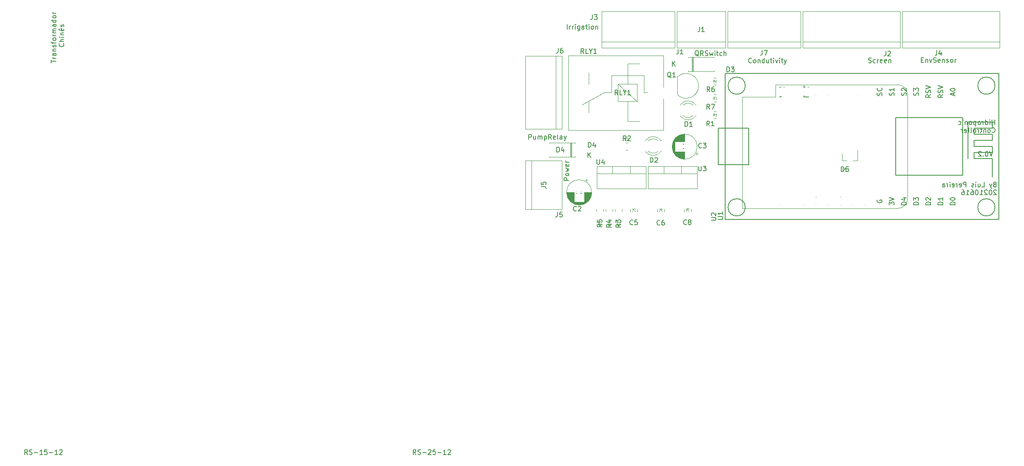
<source format=gto>
%TF.GenerationSoftware,KiCad,Pcbnew,5.1.10*%
%TF.CreationDate,2021-06-17T09:11:18+01:00*%
%TF.ProjectId,controller,636f6e74-726f-46c6-9c65-722e6b696361,V0.2*%
%TF.SameCoordinates,Original*%
%TF.FileFunction,Legend,Top*%
%TF.FilePolarity,Positive*%
%FSLAX46Y46*%
G04 Gerber Fmt 4.6, Leading zero omitted, Abs format (unit mm)*
G04 Created by KiCad (PCBNEW 5.1.10) date 2021-06-17 09:11:18*
%MOMM*%
%LPD*%
G01*
G04 APERTURE LIST*
%ADD10C,0.160000*%
%ADD11C,0.150000*%
%ADD12C,0.120000*%
%ADD13C,0.125000*%
%ADD14C,1.624000*%
%ADD15O,1.700000X2.100000*%
%ADD16C,1.900000*%
%ADD17C,1.700000*%
%ADD18O,2.300000X2.300000*%
%ADD19C,3.100000*%
%ADD20C,1.400000*%
%ADD21O,2.005000X2.100000*%
%ADD22C,2.600000*%
G04 APERTURE END LIST*
D10*
X242940761Y-96172380D02*
X242607428Y-97172380D01*
X242274095Y-96172380D01*
X241750285Y-96172380D02*
X241655047Y-96172380D01*
X241559809Y-96220000D01*
X241512190Y-96267619D01*
X241464571Y-96362857D01*
X241416952Y-96553333D01*
X241416952Y-96791428D01*
X241464571Y-96981904D01*
X241512190Y-97077142D01*
X241559809Y-97124761D01*
X241655047Y-97172380D01*
X241750285Y-97172380D01*
X241845523Y-97124761D01*
X241893142Y-97077142D01*
X241940761Y-96981904D01*
X241988380Y-96791428D01*
X241988380Y-96553333D01*
X241940761Y-96362857D01*
X241893142Y-96267619D01*
X241845523Y-96220000D01*
X241750285Y-96172380D01*
X240988380Y-97077142D02*
X240940761Y-97124761D01*
X240988380Y-97172380D01*
X241036000Y-97124761D01*
X240988380Y-97077142D01*
X240988380Y-97172380D01*
X240559809Y-96267619D02*
X240512190Y-96220000D01*
X240416952Y-96172380D01*
X240178857Y-96172380D01*
X240083619Y-96220000D01*
X240036000Y-96267619D01*
X239988380Y-96362857D01*
X239988380Y-96458095D01*
X240036000Y-96600952D01*
X240607428Y-97172380D01*
X239988380Y-97172380D01*
X243334571Y-103048571D02*
X243191714Y-103096190D01*
X243144095Y-103143809D01*
X243096476Y-103239047D01*
X243096476Y-103381904D01*
X243144095Y-103477142D01*
X243191714Y-103524761D01*
X243286952Y-103572380D01*
X243667904Y-103572380D01*
X243667904Y-102572380D01*
X243334571Y-102572380D01*
X243239333Y-102620000D01*
X243191714Y-102667619D01*
X243144095Y-102762857D01*
X243144095Y-102858095D01*
X243191714Y-102953333D01*
X243239333Y-103000952D01*
X243334571Y-103048571D01*
X243667904Y-103048571D01*
X242763142Y-102905714D02*
X242525047Y-103572380D01*
X242286952Y-102905714D02*
X242525047Y-103572380D01*
X242620285Y-103810476D01*
X242667904Y-103858095D01*
X242763142Y-103905714D01*
X240667904Y-103572380D02*
X241144095Y-103572380D01*
X241144095Y-102572380D01*
X239906000Y-102905714D02*
X239906000Y-103572380D01*
X240334571Y-102905714D02*
X240334571Y-103429523D01*
X240286952Y-103524761D01*
X240191714Y-103572380D01*
X240048857Y-103572380D01*
X239953619Y-103524761D01*
X239906000Y-103477142D01*
X239429809Y-103572380D02*
X239429809Y-102905714D01*
X239429809Y-102572380D02*
X239477428Y-102620000D01*
X239429809Y-102667619D01*
X239382190Y-102620000D01*
X239429809Y-102572380D01*
X239429809Y-102667619D01*
X239001238Y-103524761D02*
X238906000Y-103572380D01*
X238715523Y-103572380D01*
X238620285Y-103524761D01*
X238572666Y-103429523D01*
X238572666Y-103381904D01*
X238620285Y-103286666D01*
X238715523Y-103239047D01*
X238858380Y-103239047D01*
X238953619Y-103191428D01*
X239001238Y-103096190D01*
X239001238Y-103048571D01*
X238953619Y-102953333D01*
X238858380Y-102905714D01*
X238715523Y-102905714D01*
X238620285Y-102953333D01*
X237382190Y-103572380D02*
X237382190Y-102572380D01*
X237001238Y-102572380D01*
X236906000Y-102620000D01*
X236858380Y-102667619D01*
X236810761Y-102762857D01*
X236810761Y-102905714D01*
X236858380Y-103000952D01*
X236906000Y-103048571D01*
X237001238Y-103096190D01*
X237382190Y-103096190D01*
X236001238Y-103524761D02*
X236096476Y-103572380D01*
X236286952Y-103572380D01*
X236382190Y-103524761D01*
X236429809Y-103429523D01*
X236429809Y-103048571D01*
X236382190Y-102953333D01*
X236286952Y-102905714D01*
X236096476Y-102905714D01*
X236001238Y-102953333D01*
X235953619Y-103048571D01*
X235953619Y-103143809D01*
X236429809Y-103239047D01*
X235525047Y-103572380D02*
X235525047Y-102905714D01*
X235525047Y-103096190D02*
X235477428Y-103000952D01*
X235429809Y-102953333D01*
X235334571Y-102905714D01*
X235239333Y-102905714D01*
X234525047Y-103524761D02*
X234620285Y-103572380D01*
X234810761Y-103572380D01*
X234906000Y-103524761D01*
X234953619Y-103429523D01*
X234953619Y-103048571D01*
X234906000Y-102953333D01*
X234810761Y-102905714D01*
X234620285Y-102905714D01*
X234525047Y-102953333D01*
X234477428Y-103048571D01*
X234477428Y-103143809D01*
X234953619Y-103239047D01*
X234048857Y-103572380D02*
X234048857Y-102905714D01*
X234048857Y-102572380D02*
X234096476Y-102620000D01*
X234048857Y-102667619D01*
X234001238Y-102620000D01*
X234048857Y-102572380D01*
X234048857Y-102667619D01*
X233572666Y-103572380D02*
X233572666Y-102905714D01*
X233572666Y-103096190D02*
X233525047Y-103000952D01*
X233477428Y-102953333D01*
X233382190Y-102905714D01*
X233286952Y-102905714D01*
X232525047Y-103572380D02*
X232525047Y-103048571D01*
X232572666Y-102953333D01*
X232667904Y-102905714D01*
X232858380Y-102905714D01*
X232953619Y-102953333D01*
X232525047Y-103524761D02*
X232620285Y-103572380D01*
X232858380Y-103572380D01*
X232953619Y-103524761D01*
X233001238Y-103429523D01*
X233001238Y-103334285D01*
X232953619Y-103239047D01*
X232858380Y-103191428D01*
X232620285Y-103191428D01*
X232525047Y-103143809D01*
X243715523Y-104327619D02*
X243667904Y-104280000D01*
X243572666Y-104232380D01*
X243334571Y-104232380D01*
X243239333Y-104280000D01*
X243191714Y-104327619D01*
X243144095Y-104422857D01*
X243144095Y-104518095D01*
X243191714Y-104660952D01*
X243763142Y-105232380D01*
X243144095Y-105232380D01*
X242525047Y-104232380D02*
X242429809Y-104232380D01*
X242334571Y-104280000D01*
X242286952Y-104327619D01*
X242239333Y-104422857D01*
X242191714Y-104613333D01*
X242191714Y-104851428D01*
X242239333Y-105041904D01*
X242286952Y-105137142D01*
X242334571Y-105184761D01*
X242429809Y-105232380D01*
X242525047Y-105232380D01*
X242620285Y-105184761D01*
X242667904Y-105137142D01*
X242715523Y-105041904D01*
X242763142Y-104851428D01*
X242763142Y-104613333D01*
X242715523Y-104422857D01*
X242667904Y-104327619D01*
X242620285Y-104280000D01*
X242525047Y-104232380D01*
X241810761Y-104327619D02*
X241763142Y-104280000D01*
X241667904Y-104232380D01*
X241429809Y-104232380D01*
X241334571Y-104280000D01*
X241286952Y-104327619D01*
X241239333Y-104422857D01*
X241239333Y-104518095D01*
X241286952Y-104660952D01*
X241858380Y-105232380D01*
X241239333Y-105232380D01*
X240286952Y-105232380D02*
X240858380Y-105232380D01*
X240572666Y-105232380D02*
X240572666Y-104232380D01*
X240667904Y-104375238D01*
X240763142Y-104470476D01*
X240858380Y-104518095D01*
X239667904Y-104232380D02*
X239572666Y-104232380D01*
X239477428Y-104280000D01*
X239429809Y-104327619D01*
X239382190Y-104422857D01*
X239334571Y-104613333D01*
X239334571Y-104851428D01*
X239382190Y-105041904D01*
X239429809Y-105137142D01*
X239477428Y-105184761D01*
X239572666Y-105232380D01*
X239667904Y-105232380D01*
X239763142Y-105184761D01*
X239810761Y-105137142D01*
X239858380Y-105041904D01*
X239906000Y-104851428D01*
X239906000Y-104613333D01*
X239858380Y-104422857D01*
X239810761Y-104327619D01*
X239763142Y-104280000D01*
X239667904Y-104232380D01*
X238477428Y-104232380D02*
X238667904Y-104232380D01*
X238763142Y-104280000D01*
X238810761Y-104327619D01*
X238906000Y-104470476D01*
X238953619Y-104660952D01*
X238953619Y-105041904D01*
X238906000Y-105137142D01*
X238858380Y-105184761D01*
X238763142Y-105232380D01*
X238572666Y-105232380D01*
X238477428Y-105184761D01*
X238429809Y-105137142D01*
X238382190Y-105041904D01*
X238382190Y-104803809D01*
X238429809Y-104708571D01*
X238477428Y-104660952D01*
X238572666Y-104613333D01*
X238763142Y-104613333D01*
X238858380Y-104660952D01*
X238906000Y-104708571D01*
X238953619Y-104803809D01*
X237429809Y-105232380D02*
X238001238Y-105232380D01*
X237715523Y-105232380D02*
X237715523Y-104232380D01*
X237810761Y-104375238D01*
X237906000Y-104470476D01*
X238001238Y-104518095D01*
X236572666Y-104232380D02*
X236763142Y-104232380D01*
X236858380Y-104280000D01*
X236906000Y-104327619D01*
X237001238Y-104470476D01*
X237048857Y-104660952D01*
X237048857Y-105041904D01*
X237001238Y-105137142D01*
X236953619Y-105184761D01*
X236858380Y-105232380D01*
X236667904Y-105232380D01*
X236572666Y-105184761D01*
X236525047Y-105137142D01*
X236477428Y-105041904D01*
X236477428Y-104803809D01*
X236525047Y-104708571D01*
X236572666Y-104660952D01*
X236667904Y-104613333D01*
X236858380Y-104613333D01*
X236953619Y-104660952D01*
X237001238Y-104708571D01*
X237048857Y-104803809D01*
X243397904Y-90572380D02*
X243397904Y-89572380D01*
X243397904Y-90048571D02*
X242826476Y-90048571D01*
X242826476Y-90572380D02*
X242826476Y-89572380D01*
X242350285Y-90572380D02*
X242350285Y-89905714D01*
X242350285Y-89572380D02*
X242397904Y-89620000D01*
X242350285Y-89667619D01*
X242302666Y-89620000D01*
X242350285Y-89572380D01*
X242350285Y-89667619D01*
X241445523Y-90572380D02*
X241445523Y-89572380D01*
X241445523Y-90524761D02*
X241540761Y-90572380D01*
X241731238Y-90572380D01*
X241826476Y-90524761D01*
X241874095Y-90477142D01*
X241921714Y-90381904D01*
X241921714Y-90096190D01*
X241874095Y-90000952D01*
X241826476Y-89953333D01*
X241731238Y-89905714D01*
X241540761Y-89905714D01*
X241445523Y-89953333D01*
X240969333Y-90572380D02*
X240969333Y-89905714D01*
X240969333Y-90096190D02*
X240921714Y-90000952D01*
X240874095Y-89953333D01*
X240778857Y-89905714D01*
X240683619Y-89905714D01*
X240207428Y-90572380D02*
X240302666Y-90524761D01*
X240350285Y-90477142D01*
X240397904Y-90381904D01*
X240397904Y-90096190D01*
X240350285Y-90000952D01*
X240302666Y-89953333D01*
X240207428Y-89905714D01*
X240064571Y-89905714D01*
X239969333Y-89953333D01*
X239921714Y-90000952D01*
X239874095Y-90096190D01*
X239874095Y-90381904D01*
X239921714Y-90477142D01*
X239969333Y-90524761D01*
X240064571Y-90572380D01*
X240207428Y-90572380D01*
X239445523Y-89905714D02*
X239445523Y-90905714D01*
X239445523Y-89953333D02*
X239350285Y-89905714D01*
X239159809Y-89905714D01*
X239064571Y-89953333D01*
X239016952Y-90000952D01*
X238969333Y-90096190D01*
X238969333Y-90381904D01*
X239016952Y-90477142D01*
X239064571Y-90524761D01*
X239159809Y-90572380D01*
X239350285Y-90572380D01*
X239445523Y-90524761D01*
X238397904Y-90572380D02*
X238493142Y-90524761D01*
X238540761Y-90477142D01*
X238588380Y-90381904D01*
X238588380Y-90096190D01*
X238540761Y-90000952D01*
X238493142Y-89953333D01*
X238397904Y-89905714D01*
X238255047Y-89905714D01*
X238159809Y-89953333D01*
X238112190Y-90000952D01*
X238064571Y-90096190D01*
X238064571Y-90381904D01*
X238112190Y-90477142D01*
X238159809Y-90524761D01*
X238255047Y-90572380D01*
X238397904Y-90572380D01*
X237636000Y-89905714D02*
X237636000Y-90572380D01*
X237636000Y-90000952D02*
X237588380Y-89953333D01*
X237493142Y-89905714D01*
X237350285Y-89905714D01*
X237255047Y-89953333D01*
X237207428Y-90048571D01*
X237207428Y-90572380D01*
X236731238Y-90572380D02*
X236731238Y-89905714D01*
X236731238Y-89572380D02*
X236778857Y-89620000D01*
X236731238Y-89667619D01*
X236683619Y-89620000D01*
X236731238Y-89572380D01*
X236731238Y-89667619D01*
X235826476Y-90524761D02*
X235921714Y-90572380D01*
X236112190Y-90572380D01*
X236207428Y-90524761D01*
X236255047Y-90477142D01*
X236302666Y-90381904D01*
X236302666Y-90096190D01*
X236255047Y-90000952D01*
X236207428Y-89953333D01*
X236112190Y-89905714D01*
X235921714Y-89905714D01*
X235826476Y-89953333D01*
X242826476Y-92137142D02*
X242874095Y-92184761D01*
X243016952Y-92232380D01*
X243112190Y-92232380D01*
X243255047Y-92184761D01*
X243350285Y-92089523D01*
X243397904Y-91994285D01*
X243445523Y-91803809D01*
X243445523Y-91660952D01*
X243397904Y-91470476D01*
X243350285Y-91375238D01*
X243255047Y-91280000D01*
X243112190Y-91232380D01*
X243016952Y-91232380D01*
X242874095Y-91280000D01*
X242826476Y-91327619D01*
X242255047Y-92232380D02*
X242350285Y-92184761D01*
X242397904Y-92137142D01*
X242445523Y-92041904D01*
X242445523Y-91756190D01*
X242397904Y-91660952D01*
X242350285Y-91613333D01*
X242255047Y-91565714D01*
X242112190Y-91565714D01*
X242016952Y-91613333D01*
X241969333Y-91660952D01*
X241921714Y-91756190D01*
X241921714Y-92041904D01*
X241969333Y-92137142D01*
X242016952Y-92184761D01*
X242112190Y-92232380D01*
X242255047Y-92232380D01*
X241493142Y-91565714D02*
X241493142Y-92232380D01*
X241493142Y-91660952D02*
X241445523Y-91613333D01*
X241350285Y-91565714D01*
X241207428Y-91565714D01*
X241112190Y-91613333D01*
X241064571Y-91708571D01*
X241064571Y-92232380D01*
X240731238Y-91565714D02*
X240350285Y-91565714D01*
X240588380Y-91232380D02*
X240588380Y-92089523D01*
X240540761Y-92184761D01*
X240445523Y-92232380D01*
X240350285Y-92232380D01*
X240016952Y-92232380D02*
X240016952Y-91565714D01*
X240016952Y-91756190D02*
X239969333Y-91660952D01*
X239921714Y-91613333D01*
X239826476Y-91565714D01*
X239731238Y-91565714D01*
X239255047Y-92232380D02*
X239350285Y-92184761D01*
X239397904Y-92137142D01*
X239445523Y-92041904D01*
X239445523Y-91756190D01*
X239397904Y-91660952D01*
X239350285Y-91613333D01*
X239255047Y-91565714D01*
X239112190Y-91565714D01*
X239016952Y-91613333D01*
X238969333Y-91660952D01*
X238921714Y-91756190D01*
X238921714Y-92041904D01*
X238969333Y-92137142D01*
X239016952Y-92184761D01*
X239112190Y-92232380D01*
X239255047Y-92232380D01*
X238350285Y-92232380D02*
X238445523Y-92184761D01*
X238493142Y-92089523D01*
X238493142Y-91232380D01*
X237826476Y-92232380D02*
X237921714Y-92184761D01*
X237969333Y-92089523D01*
X237969333Y-91232380D01*
X237064571Y-92184761D02*
X237159809Y-92232380D01*
X237350285Y-92232380D01*
X237445523Y-92184761D01*
X237493142Y-92089523D01*
X237493142Y-91708571D01*
X237445523Y-91613333D01*
X237350285Y-91565714D01*
X237159809Y-91565714D01*
X237064571Y-91613333D01*
X237016952Y-91708571D01*
X237016952Y-91803809D01*
X237493142Y-91899047D01*
X236588380Y-92232380D02*
X236588380Y-91565714D01*
X236588380Y-91756190D02*
X236540761Y-91660952D01*
X236493142Y-91613333D01*
X236397904Y-91565714D01*
X236302666Y-91565714D01*
X41690476Y-159452380D02*
X41357142Y-158976190D01*
X41119047Y-159452380D02*
X41119047Y-158452380D01*
X41500000Y-158452380D01*
X41595238Y-158500000D01*
X41642857Y-158547619D01*
X41690476Y-158642857D01*
X41690476Y-158785714D01*
X41642857Y-158880952D01*
X41595238Y-158928571D01*
X41500000Y-158976190D01*
X41119047Y-158976190D01*
X42071428Y-159404761D02*
X42214285Y-159452380D01*
X42452380Y-159452380D01*
X42547619Y-159404761D01*
X42595238Y-159357142D01*
X42642857Y-159261904D01*
X42642857Y-159166666D01*
X42595238Y-159071428D01*
X42547619Y-159023809D01*
X42452380Y-158976190D01*
X42261904Y-158928571D01*
X42166666Y-158880952D01*
X42119047Y-158833333D01*
X42071428Y-158738095D01*
X42071428Y-158642857D01*
X42119047Y-158547619D01*
X42166666Y-158500000D01*
X42261904Y-158452380D01*
X42500000Y-158452380D01*
X42642857Y-158500000D01*
X43071428Y-159071428D02*
X43833333Y-159071428D01*
X44833333Y-159452380D02*
X44261904Y-159452380D01*
X44547619Y-159452380D02*
X44547619Y-158452380D01*
X44452380Y-158595238D01*
X44357142Y-158690476D01*
X44261904Y-158738095D01*
X45738095Y-158452380D02*
X45261904Y-158452380D01*
X45214285Y-158928571D01*
X45261904Y-158880952D01*
X45357142Y-158833333D01*
X45595238Y-158833333D01*
X45690476Y-158880952D01*
X45738095Y-158928571D01*
X45785714Y-159023809D01*
X45785714Y-159261904D01*
X45738095Y-159357142D01*
X45690476Y-159404761D01*
X45595238Y-159452380D01*
X45357142Y-159452380D01*
X45261904Y-159404761D01*
X45214285Y-159357142D01*
X46214285Y-159071428D02*
X46976190Y-159071428D01*
X47976190Y-159452380D02*
X47404761Y-159452380D01*
X47690476Y-159452380D02*
X47690476Y-158452380D01*
X47595238Y-158595238D01*
X47500000Y-158690476D01*
X47404761Y-158738095D01*
X48357142Y-158547619D02*
X48404761Y-158500000D01*
X48500000Y-158452380D01*
X48738095Y-158452380D01*
X48833333Y-158500000D01*
X48880952Y-158547619D01*
X48928571Y-158642857D01*
X48928571Y-158738095D01*
X48880952Y-158880952D01*
X48309523Y-159452380D01*
X48928571Y-159452380D01*
X122690476Y-159452380D02*
X122357142Y-158976190D01*
X122119047Y-159452380D02*
X122119047Y-158452380D01*
X122500000Y-158452380D01*
X122595238Y-158500000D01*
X122642857Y-158547619D01*
X122690476Y-158642857D01*
X122690476Y-158785714D01*
X122642857Y-158880952D01*
X122595238Y-158928571D01*
X122500000Y-158976190D01*
X122119047Y-158976190D01*
X123071428Y-159404761D02*
X123214285Y-159452380D01*
X123452380Y-159452380D01*
X123547619Y-159404761D01*
X123595238Y-159357142D01*
X123642857Y-159261904D01*
X123642857Y-159166666D01*
X123595238Y-159071428D01*
X123547619Y-159023809D01*
X123452380Y-158976190D01*
X123261904Y-158928571D01*
X123166666Y-158880952D01*
X123119047Y-158833333D01*
X123071428Y-158738095D01*
X123071428Y-158642857D01*
X123119047Y-158547619D01*
X123166666Y-158500000D01*
X123261904Y-158452380D01*
X123500000Y-158452380D01*
X123642857Y-158500000D01*
X124071428Y-159071428D02*
X124833333Y-159071428D01*
X125261904Y-158547619D02*
X125309523Y-158500000D01*
X125404761Y-158452380D01*
X125642857Y-158452380D01*
X125738095Y-158500000D01*
X125785714Y-158547619D01*
X125833333Y-158642857D01*
X125833333Y-158738095D01*
X125785714Y-158880952D01*
X125214285Y-159452380D01*
X125833333Y-159452380D01*
X126738095Y-158452380D02*
X126261904Y-158452380D01*
X126214285Y-158928571D01*
X126261904Y-158880952D01*
X126357142Y-158833333D01*
X126595238Y-158833333D01*
X126690476Y-158880952D01*
X126738095Y-158928571D01*
X126785714Y-159023809D01*
X126785714Y-159261904D01*
X126738095Y-159357142D01*
X126690476Y-159404761D01*
X126595238Y-159452380D01*
X126357142Y-159452380D01*
X126261904Y-159404761D01*
X126214285Y-159357142D01*
X127214285Y-159071428D02*
X127976190Y-159071428D01*
X128976190Y-159452380D02*
X128404761Y-159452380D01*
X128690476Y-159452380D02*
X128690476Y-158452380D01*
X128595238Y-158595238D01*
X128500000Y-158690476D01*
X128404761Y-158738095D01*
X129357142Y-158547619D02*
X129404761Y-158500000D01*
X129500000Y-158452380D01*
X129738095Y-158452380D01*
X129833333Y-158500000D01*
X129880952Y-158547619D01*
X129928571Y-158642857D01*
X129928571Y-158738095D01*
X129880952Y-158880952D01*
X129309523Y-159452380D01*
X129928571Y-159452380D01*
X46622380Y-77666666D02*
X46622380Y-77095238D01*
X47622380Y-77380952D02*
X46622380Y-77380952D01*
X47622380Y-76761904D02*
X46955714Y-76761904D01*
X47146190Y-76761904D02*
X47050952Y-76714285D01*
X47003333Y-76666666D01*
X46955714Y-76571428D01*
X46955714Y-76476190D01*
X47622380Y-75714285D02*
X47098571Y-75714285D01*
X47003333Y-75761904D01*
X46955714Y-75857142D01*
X46955714Y-76047619D01*
X47003333Y-76142857D01*
X47574761Y-75714285D02*
X47622380Y-75809523D01*
X47622380Y-76047619D01*
X47574761Y-76142857D01*
X47479523Y-76190476D01*
X47384285Y-76190476D01*
X47289047Y-76142857D01*
X47241428Y-76047619D01*
X47241428Y-75809523D01*
X47193809Y-75714285D01*
X46955714Y-75238095D02*
X47622380Y-75238095D01*
X47050952Y-75238095D02*
X47003333Y-75190476D01*
X46955714Y-75095238D01*
X46955714Y-74952380D01*
X47003333Y-74857142D01*
X47098571Y-74809523D01*
X47622380Y-74809523D01*
X47574761Y-74380952D02*
X47622380Y-74285714D01*
X47622380Y-74095238D01*
X47574761Y-74000000D01*
X47479523Y-73952380D01*
X47431904Y-73952380D01*
X47336666Y-74000000D01*
X47289047Y-74095238D01*
X47289047Y-74238095D01*
X47241428Y-74333333D01*
X47146190Y-74380952D01*
X47098571Y-74380952D01*
X47003333Y-74333333D01*
X46955714Y-74238095D01*
X46955714Y-74095238D01*
X47003333Y-74000000D01*
X46955714Y-73666666D02*
X46955714Y-73285714D01*
X47622380Y-73523809D02*
X46765238Y-73523809D01*
X46670000Y-73476190D01*
X46622380Y-73380952D01*
X46622380Y-73285714D01*
X47622380Y-72809523D02*
X47574761Y-72904761D01*
X47527142Y-72952380D01*
X47431904Y-73000000D01*
X47146190Y-73000000D01*
X47050952Y-72952380D01*
X47003333Y-72904761D01*
X46955714Y-72809523D01*
X46955714Y-72666666D01*
X47003333Y-72571428D01*
X47050952Y-72523809D01*
X47146190Y-72476190D01*
X47431904Y-72476190D01*
X47527142Y-72523809D01*
X47574761Y-72571428D01*
X47622380Y-72666666D01*
X47622380Y-72809523D01*
X47622380Y-72047619D02*
X46955714Y-72047619D01*
X47146190Y-72047619D02*
X47050952Y-72000000D01*
X47003333Y-71952380D01*
X46955714Y-71857142D01*
X46955714Y-71761904D01*
X47622380Y-71428571D02*
X46955714Y-71428571D01*
X47050952Y-71428571D02*
X47003333Y-71380952D01*
X46955714Y-71285714D01*
X46955714Y-71142857D01*
X47003333Y-71047619D01*
X47098571Y-71000000D01*
X47622380Y-71000000D01*
X47098571Y-71000000D02*
X47003333Y-70952380D01*
X46955714Y-70857142D01*
X46955714Y-70714285D01*
X47003333Y-70619047D01*
X47098571Y-70571428D01*
X47622380Y-70571428D01*
X47622380Y-69666666D02*
X47098571Y-69666666D01*
X47003333Y-69714285D01*
X46955714Y-69809523D01*
X46955714Y-70000000D01*
X47003333Y-70095238D01*
X47574761Y-69666666D02*
X47622380Y-69761904D01*
X47622380Y-70000000D01*
X47574761Y-70095238D01*
X47479523Y-70142857D01*
X47384285Y-70142857D01*
X47289047Y-70095238D01*
X47241428Y-70000000D01*
X47241428Y-69761904D01*
X47193809Y-69666666D01*
X47622380Y-68761904D02*
X46622380Y-68761904D01*
X47574761Y-68761904D02*
X47622380Y-68857142D01*
X47622380Y-69047619D01*
X47574761Y-69142857D01*
X47527142Y-69190476D01*
X47431904Y-69238095D01*
X47146190Y-69238095D01*
X47050952Y-69190476D01*
X47003333Y-69142857D01*
X46955714Y-69047619D01*
X46955714Y-68857142D01*
X47003333Y-68761904D01*
X47622380Y-68142857D02*
X47574761Y-68238095D01*
X47527142Y-68285714D01*
X47431904Y-68333333D01*
X47146190Y-68333333D01*
X47050952Y-68285714D01*
X47003333Y-68238095D01*
X46955714Y-68142857D01*
X46955714Y-68000000D01*
X47003333Y-67904761D01*
X47050952Y-67857142D01*
X47146190Y-67809523D01*
X47431904Y-67809523D01*
X47527142Y-67857142D01*
X47574761Y-67904761D01*
X47622380Y-68000000D01*
X47622380Y-68142857D01*
X47622380Y-67380952D02*
X46955714Y-67380952D01*
X47146190Y-67380952D02*
X47050952Y-67333333D01*
X47003333Y-67285714D01*
X46955714Y-67190476D01*
X46955714Y-67095238D01*
X49187142Y-73666666D02*
X49234761Y-73714285D01*
X49282380Y-73857142D01*
X49282380Y-73952380D01*
X49234761Y-74095238D01*
X49139523Y-74190476D01*
X49044285Y-74238095D01*
X48853809Y-74285714D01*
X48710952Y-74285714D01*
X48520476Y-74238095D01*
X48425238Y-74190476D01*
X48330000Y-74095238D01*
X48282380Y-73952380D01*
X48282380Y-73857142D01*
X48330000Y-73714285D01*
X48377619Y-73666666D01*
X49282380Y-73238095D02*
X48282380Y-73238095D01*
X49282380Y-72809523D02*
X48758571Y-72809523D01*
X48663333Y-72857142D01*
X48615714Y-72952380D01*
X48615714Y-73095238D01*
X48663333Y-73190476D01*
X48710952Y-73238095D01*
X49282380Y-72333333D02*
X48615714Y-72333333D01*
X48282380Y-72333333D02*
X48330000Y-72380952D01*
X48377619Y-72333333D01*
X48330000Y-72285714D01*
X48282380Y-72333333D01*
X48377619Y-72333333D01*
X48615714Y-71857142D02*
X49282380Y-71857142D01*
X48710952Y-71857142D02*
X48663333Y-71809523D01*
X48615714Y-71714285D01*
X48615714Y-71571428D01*
X48663333Y-71476190D01*
X48758571Y-71428571D01*
X49282380Y-71428571D01*
X49234761Y-70571428D02*
X49282380Y-70666666D01*
X49282380Y-70857142D01*
X49234761Y-70952380D01*
X49139523Y-71000000D01*
X48758571Y-71000000D01*
X48663333Y-70952380D01*
X48615714Y-70857142D01*
X48615714Y-70666666D01*
X48663333Y-70571428D01*
X48758571Y-70523809D01*
X48853809Y-70523809D01*
X48949047Y-71000000D01*
X48377619Y-70952380D02*
X48234761Y-70761904D01*
X48377619Y-70571428D01*
X49234761Y-70142857D02*
X49282380Y-70047619D01*
X49282380Y-69857142D01*
X49234761Y-69761904D01*
X49139523Y-69714285D01*
X49091904Y-69714285D01*
X48996666Y-69761904D01*
X48949047Y-69857142D01*
X48949047Y-70000000D01*
X48901428Y-70095238D01*
X48806190Y-70142857D01*
X48758571Y-70142857D01*
X48663333Y-70095238D01*
X48615714Y-70000000D01*
X48615714Y-69857142D01*
X48663333Y-69761904D01*
D11*
X236700000Y-89155000D02*
X236700000Y-101155000D01*
X236700000Y-101155000D02*
X222700000Y-101155000D01*
X222700000Y-101155000D02*
X222700000Y-89155000D01*
X222700000Y-89155000D02*
X236700000Y-89155000D01*
X237830000Y-97695000D02*
X237830000Y-90075000D01*
X237830000Y-90075000D02*
X242910000Y-90075000D01*
X242910000Y-90075000D02*
X242910000Y-91345000D01*
X242910000Y-91345000D02*
X239100000Y-91345000D01*
X239100000Y-91345000D02*
X239100000Y-92615000D01*
X239100000Y-92615000D02*
X242910000Y-92615000D01*
X242910000Y-92615000D02*
X242910000Y-93885000D01*
X242910000Y-93885000D02*
X239100000Y-93885000D01*
X239100000Y-93885000D02*
X239100000Y-95155000D01*
X239100000Y-95155000D02*
X242910000Y-95155000D01*
X242910000Y-95155000D02*
X242910000Y-96425000D01*
X242910000Y-96425000D02*
X239100000Y-96425000D01*
X239100000Y-96425000D02*
X239100000Y-97695000D01*
X239100000Y-97695000D02*
X242910000Y-97695000D01*
X242910000Y-97695000D02*
X242910000Y-101505000D01*
X185760000Y-91345000D02*
X185760000Y-98965000D01*
X185760000Y-98965000D02*
X192110000Y-98965000D01*
X192110000Y-98965000D02*
X192110000Y-91345000D01*
X192110000Y-91345000D02*
X185760000Y-91345000D01*
X191366051Y-107855000D02*
G75*
G03*
X191366051Y-107855000I-1796051J0D01*
G01*
X191366051Y-82455000D02*
G75*
G03*
X191366051Y-82455000I-1796051J0D01*
G01*
X243436051Y-82455000D02*
G75*
G03*
X243436051Y-82455000I-1796051J0D01*
G01*
X243436051Y-107855000D02*
G75*
G03*
X243436051Y-107855000I-1796051J0D01*
G01*
X244200000Y-110405000D02*
X244200000Y-80405000D01*
X244200000Y-80405000D02*
X244200000Y-79905000D01*
X244200000Y-79905000D02*
X187200000Y-79905000D01*
X187200000Y-79905000D02*
X187200000Y-110405000D01*
X187200000Y-110405000D02*
X244200000Y-110405000D01*
D12*
X190755000Y-84765000D02*
X190755000Y-108085000D01*
X197655000Y-82225000D02*
X223085000Y-82225000D01*
X190755000Y-108085000D02*
X223085000Y-108085000D01*
X225215000Y-105965000D02*
X225215000Y-84355000D01*
D11*
G36*
X217510000Y-81185000D02*
G01*
X216240000Y-81185000D01*
X216875000Y-81820000D01*
X217510000Y-81185000D01*
G37*
X217510000Y-81185000D02*
X216240000Y-81185000D01*
X216875000Y-81820000D01*
X217510000Y-81185000D01*
D12*
X197655000Y-82225000D02*
X197655000Y-84765000D01*
X197655000Y-84765000D02*
X190755000Y-84765000D01*
X225215000Y-105955000D02*
G75*
G02*
X223085000Y-108085000I-2130000J0D01*
G01*
X223085000Y-82225000D02*
G75*
G02*
X225215000Y-84355000I0J-2130000D01*
G01*
X177870500Y-86368000D02*
X177870500Y-86524000D01*
X177870500Y-88684000D02*
X177870500Y-88840000D01*
X180471630Y-88683837D02*
G75*
G02*
X178389539Y-88684000I-1041130J1079837D01*
G01*
X180471630Y-86524163D02*
G75*
G03*
X178389539Y-86524000I-1041130J-1079837D01*
G01*
X181102835Y-88682608D02*
G75*
G02*
X177870500Y-88839516I-1672335J1078608D01*
G01*
X181102835Y-86525392D02*
G75*
G03*
X177870500Y-86368484I-1672335J-1078608D01*
G01*
X181265875Y-96898800D02*
X181265875Y-96398800D01*
X181515875Y-96648800D02*
X181015875Y-96648800D01*
X176110100Y-95457800D02*
X176110100Y-94889800D01*
X176150100Y-95691800D02*
X176150100Y-94655800D01*
X176190100Y-95850800D02*
X176190100Y-94496800D01*
X176230100Y-95978800D02*
X176230100Y-94368800D01*
X176270100Y-96088800D02*
X176270100Y-94258800D01*
X176310100Y-96184800D02*
X176310100Y-94162800D01*
X176350100Y-96271800D02*
X176350100Y-94075800D01*
X176390100Y-96351800D02*
X176390100Y-93995800D01*
X176430100Y-96424800D02*
X176430100Y-93922800D01*
X176470100Y-96492800D02*
X176470100Y-93854800D01*
X176510100Y-96556800D02*
X176510100Y-93790800D01*
X176550100Y-96616800D02*
X176550100Y-93730800D01*
X176590100Y-96673800D02*
X176590100Y-93673800D01*
X176630100Y-96727800D02*
X176630100Y-93619800D01*
X176670100Y-96778800D02*
X176670100Y-93568800D01*
X176710100Y-94133800D02*
X176710100Y-93520800D01*
X176710100Y-96826800D02*
X176710100Y-96213800D01*
X176750100Y-94133800D02*
X176750100Y-93474800D01*
X176750100Y-96872800D02*
X176750100Y-96213800D01*
X176790100Y-94133800D02*
X176790100Y-93430800D01*
X176790100Y-96916800D02*
X176790100Y-96213800D01*
X176830100Y-94133800D02*
X176830100Y-93388800D01*
X176830100Y-96958800D02*
X176830100Y-96213800D01*
X176870100Y-94133800D02*
X176870100Y-93347800D01*
X176870100Y-96999800D02*
X176870100Y-96213800D01*
X176910100Y-94133800D02*
X176910100Y-93309800D01*
X176910100Y-97037800D02*
X176910100Y-96213800D01*
X176950100Y-94133800D02*
X176950100Y-93272800D01*
X176950100Y-97074800D02*
X176950100Y-96213800D01*
X176990100Y-94133800D02*
X176990100Y-93236800D01*
X176990100Y-97110800D02*
X176990100Y-96213800D01*
X177030100Y-94133800D02*
X177030100Y-93202800D01*
X177030100Y-97144800D02*
X177030100Y-96213800D01*
X177070100Y-94133800D02*
X177070100Y-93169800D01*
X177070100Y-97177800D02*
X177070100Y-96213800D01*
X177110100Y-94133800D02*
X177110100Y-93138800D01*
X177110100Y-97208800D02*
X177110100Y-96213800D01*
X177150100Y-94133800D02*
X177150100Y-93108800D01*
X177150100Y-97238800D02*
X177150100Y-96213800D01*
X177190100Y-94133800D02*
X177190100Y-93078800D01*
X177190100Y-97268800D02*
X177190100Y-96213800D01*
X177230100Y-94133800D02*
X177230100Y-93051800D01*
X177230100Y-97295800D02*
X177230100Y-96213800D01*
X177270100Y-94133800D02*
X177270100Y-93024800D01*
X177270100Y-97322800D02*
X177270100Y-96213800D01*
X177310100Y-94133800D02*
X177310100Y-92998800D01*
X177310100Y-97348800D02*
X177310100Y-96213800D01*
X177350100Y-94133800D02*
X177350100Y-92973800D01*
X177350100Y-97373800D02*
X177350100Y-96213800D01*
X177390100Y-94133800D02*
X177390100Y-92949800D01*
X177390100Y-97397800D02*
X177390100Y-96213800D01*
X177430100Y-94133800D02*
X177430100Y-92926800D01*
X177430100Y-97420800D02*
X177430100Y-96213800D01*
X177470100Y-94133800D02*
X177470100Y-92905800D01*
X177470100Y-97441800D02*
X177470100Y-96213800D01*
X177510100Y-94133800D02*
X177510100Y-92883800D01*
X177510100Y-97463800D02*
X177510100Y-96213800D01*
X177550100Y-94133800D02*
X177550100Y-92863800D01*
X177550100Y-97483800D02*
X177550100Y-96213800D01*
X177590100Y-94133800D02*
X177590100Y-92844800D01*
X177590100Y-97502800D02*
X177590100Y-96213800D01*
X177630100Y-94133800D02*
X177630100Y-92825800D01*
X177630100Y-97521800D02*
X177630100Y-96213800D01*
X177670100Y-94133800D02*
X177670100Y-92808800D01*
X177670100Y-97538800D02*
X177670100Y-96213800D01*
X177710100Y-94133800D02*
X177710100Y-92791800D01*
X177710100Y-97555800D02*
X177710100Y-96213800D01*
X177750100Y-94133800D02*
X177750100Y-92775800D01*
X177750100Y-97571800D02*
X177750100Y-96213800D01*
X177790100Y-94133800D02*
X177790100Y-92759800D01*
X177790100Y-97587800D02*
X177790100Y-96213800D01*
X177830100Y-94133800D02*
X177830100Y-92745800D01*
X177830100Y-97601800D02*
X177830100Y-96213800D01*
X177870100Y-94133800D02*
X177870100Y-92731800D01*
X177870100Y-97615800D02*
X177870100Y-96213800D01*
X177910100Y-94133800D02*
X177910100Y-92718800D01*
X177910100Y-97628800D02*
X177910100Y-96213800D01*
X177950100Y-94133800D02*
X177950100Y-92705800D01*
X177950100Y-97641800D02*
X177950100Y-96213800D01*
X177990100Y-94133800D02*
X177990100Y-92693800D01*
X177990100Y-97653800D02*
X177990100Y-96213800D01*
X178031100Y-94133800D02*
X178031100Y-92682800D01*
X178031100Y-97664800D02*
X178031100Y-96213800D01*
X178071100Y-94133800D02*
X178071100Y-92672800D01*
X178071100Y-97674800D02*
X178071100Y-96213800D01*
X178111100Y-94133800D02*
X178111100Y-92662800D01*
X178111100Y-97684800D02*
X178111100Y-96213800D01*
X178151100Y-94133800D02*
X178151100Y-92653800D01*
X178151100Y-97693800D02*
X178151100Y-96213800D01*
X178191100Y-94133800D02*
X178191100Y-92645800D01*
X178191100Y-97701800D02*
X178191100Y-96213800D01*
X178231100Y-94133800D02*
X178231100Y-92637800D01*
X178231100Y-97709800D02*
X178231100Y-96213800D01*
X178271100Y-94133800D02*
X178271100Y-92630800D01*
X178271100Y-97716800D02*
X178271100Y-96213800D01*
X178311100Y-94133800D02*
X178311100Y-92623800D01*
X178311100Y-97723800D02*
X178311100Y-96213800D01*
X178351100Y-94133800D02*
X178351100Y-92617800D01*
X178351100Y-97729800D02*
X178351100Y-96213800D01*
X178391100Y-94133800D02*
X178391100Y-92612800D01*
X178391100Y-97734800D02*
X178391100Y-96213800D01*
X178431100Y-94133800D02*
X178431100Y-92608800D01*
X178431100Y-97738800D02*
X178431100Y-96213800D01*
X178471100Y-94133800D02*
X178471100Y-92604800D01*
X178471100Y-97742800D02*
X178471100Y-96213800D01*
X178511100Y-94133800D02*
X178511100Y-92600800D01*
X178511100Y-97746800D02*
X178511100Y-96213800D01*
X178551100Y-94133800D02*
X178551100Y-92597800D01*
X178551100Y-97749800D02*
X178551100Y-96213800D01*
X178591100Y-94133800D02*
X178591100Y-92595800D01*
X178591100Y-97751800D02*
X178591100Y-96213800D01*
X178631100Y-94133800D02*
X178631100Y-92594800D01*
X178631100Y-97752800D02*
X178631100Y-96213800D01*
X178671100Y-97753800D02*
X178671100Y-96213800D01*
X178671100Y-94133800D02*
X178671100Y-92593800D01*
X178711100Y-97753800D02*
X178711100Y-96213800D01*
X178711100Y-94133800D02*
X178711100Y-92593800D01*
X181331100Y-95173800D02*
G75*
G03*
X181331100Y-95173800I-2620000J0D01*
G01*
X167395000Y-108751252D02*
X167395000Y-108228748D01*
X168865000Y-108751252D02*
X168865000Y-108228748D01*
X174472600Y-108751252D02*
X174472600Y-108228748D01*
X173002600Y-108751252D02*
X173002600Y-108228748D01*
X180080200Y-108751252D02*
X180080200Y-108228748D01*
X178610200Y-108751252D02*
X178610200Y-108228748D01*
X170613900Y-93810800D02*
X170613900Y-93966800D01*
X170613900Y-96126800D02*
X170613900Y-96282800D01*
X173846235Y-93968192D02*
G75*
G03*
X170613900Y-93811284I-1672335J-1078608D01*
G01*
X173846235Y-96125408D02*
G75*
G02*
X170613900Y-96282316I-1672335J1078608D01*
G01*
X173215030Y-93966963D02*
G75*
G03*
X171132939Y-93966800I-1041130J-1079837D01*
G01*
X173215030Y-96126637D02*
G75*
G02*
X171132939Y-96126800I-1041130J1079837D01*
G01*
X179462500Y-76624200D02*
X179462500Y-76494200D01*
X179462500Y-76494200D02*
X184902500Y-76494200D01*
X184902500Y-76494200D02*
X184902500Y-76624200D01*
X179462500Y-79304200D02*
X179462500Y-79434200D01*
X179462500Y-79434200D02*
X184902500Y-79434200D01*
X184902500Y-79434200D02*
X184902500Y-79304200D01*
X180362500Y-76494200D02*
X180362500Y-79434200D01*
X180482500Y-76494200D02*
X180482500Y-79434200D01*
X180242500Y-76494200D02*
X180242500Y-79434200D01*
X155130000Y-97300000D02*
X155130000Y-94360000D01*
X154890000Y-97300000D02*
X154890000Y-94360000D01*
X155010000Y-97300000D02*
X155010000Y-94360000D01*
X150470000Y-94360000D02*
X150470000Y-94490000D01*
X155910000Y-94360000D02*
X150470000Y-94360000D01*
X155910000Y-94490000D02*
X155910000Y-94360000D01*
X150470000Y-97300000D02*
X150470000Y-97170000D01*
X155910000Y-97300000D02*
X150470000Y-97300000D01*
X155910000Y-97170000D02*
X155910000Y-97300000D01*
X187248800Y-73279000D02*
X177088800Y-73279000D01*
X187248800Y-74549000D02*
X187248800Y-66929000D01*
X187248800Y-66929000D02*
X177088800Y-66929000D01*
X177088800Y-66929000D02*
X177088800Y-74549000D01*
X177088800Y-74549000D02*
X187248800Y-74549000D01*
X203301600Y-74549000D02*
X223621600Y-74549000D01*
X203301600Y-66929000D02*
X223621600Y-66929000D01*
X223621600Y-73279000D02*
X203301600Y-73279000D01*
X223621600Y-74549000D02*
X223621600Y-66929000D01*
X203301600Y-66929000D02*
X203301600Y-74549000D01*
X161442400Y-74549000D02*
X161442400Y-66929000D01*
X176682400Y-74549000D02*
X176682400Y-66929000D01*
X161442400Y-73279000D02*
X176682400Y-73279000D01*
X161442400Y-66929000D02*
X176682400Y-66929000D01*
X161442400Y-74549000D02*
X176682400Y-74549000D01*
X224066100Y-74549000D02*
X244386100Y-74549000D01*
X224066100Y-66929000D02*
X244386100Y-66929000D01*
X244386100Y-73279000D02*
X224066100Y-73279000D01*
X244386100Y-74549000D02*
X244386100Y-66929000D01*
X224066100Y-66929000D02*
X224066100Y-74549000D01*
X145550000Y-98132900D02*
X145550000Y-108292900D01*
X153170000Y-98132900D02*
X145550000Y-98132900D01*
X153170000Y-108292900D02*
X153170000Y-98132900D01*
X145550000Y-108292900D02*
X153170000Y-108292900D01*
X146820000Y-108292900D02*
X146820000Y-98132900D01*
X153170000Y-91450000D02*
X153170000Y-76210000D01*
X145550000Y-91450000D02*
X145550000Y-76210000D01*
X151900000Y-91450000D02*
X151900000Y-76210000D01*
X153170000Y-76210000D02*
X145550000Y-76210000D01*
X153170000Y-91450000D02*
X145550000Y-91450000D01*
X177182900Y-80685400D02*
X177182900Y-84285400D01*
X177194422Y-80646922D02*
G75*
G02*
X181632900Y-82485400I1838478J-1838478D01*
G01*
X177194422Y-84323878D02*
G75*
G03*
X181632900Y-82485400I1838478J1838478D01*
G01*
X164215700Y-108242936D02*
X164215700Y-108697064D01*
X165685700Y-108242936D02*
X165685700Y-108697064D01*
X163729900Y-108242936D02*
X163729900Y-108697064D01*
X162259900Y-108242936D02*
X162259900Y-108697064D01*
X178051000Y-99269800D02*
X178051000Y-100779800D01*
X174350000Y-99269800D02*
X174350000Y-100779800D01*
X171080000Y-100779800D02*
X181320000Y-100779800D01*
X181320000Y-99269800D02*
X181320000Y-103910800D01*
X171080000Y-99269800D02*
X171080000Y-103910800D01*
X171080000Y-103910800D02*
X181320000Y-103910800D01*
X171080000Y-99269800D02*
X181320000Y-99269800D01*
X160386400Y-99269800D02*
X170626400Y-99269800D01*
X160386400Y-103910800D02*
X170626400Y-103910800D01*
X160386400Y-99269800D02*
X160386400Y-103910800D01*
X170626400Y-99269800D02*
X170626400Y-103910800D01*
X160386400Y-100779800D02*
X170626400Y-100779800D01*
X163656400Y-99269800D02*
X163656400Y-100779800D01*
X167357400Y-99269800D02*
X167357400Y-100779800D01*
X185274564Y-87845000D02*
X184820436Y-87845000D01*
X185274564Y-89315000D02*
X184820436Y-89315000D01*
X166424236Y-94388000D02*
X166878364Y-94388000D01*
X166424236Y-95858000D02*
X166878364Y-95858000D01*
X160304100Y-108242936D02*
X160304100Y-108697064D01*
X161774100Y-108242936D02*
X161774100Y-108697064D01*
X184820436Y-80815000D02*
X185274564Y-80815000D01*
X184820436Y-82285000D02*
X185274564Y-82285000D01*
X159330000Y-104720000D02*
G75*
G03*
X159330000Y-104720000I-2620000J0D01*
G01*
X155670000Y-104720000D02*
X154130000Y-104720000D01*
X159290000Y-104720000D02*
X157750000Y-104720000D01*
X155670000Y-104760000D02*
X154130000Y-104760000D01*
X159290000Y-104760000D02*
X157750000Y-104760000D01*
X159289000Y-104800000D02*
X157750000Y-104800000D01*
X155670000Y-104800000D02*
X154131000Y-104800000D01*
X159288000Y-104840000D02*
X157750000Y-104840000D01*
X155670000Y-104840000D02*
X154132000Y-104840000D01*
X159286000Y-104880000D02*
X157750000Y-104880000D01*
X155670000Y-104880000D02*
X154134000Y-104880000D01*
X159283000Y-104920000D02*
X157750000Y-104920000D01*
X155670000Y-104920000D02*
X154137000Y-104920000D01*
X159279000Y-104960000D02*
X157750000Y-104960000D01*
X155670000Y-104960000D02*
X154141000Y-104960000D01*
X159275000Y-105000000D02*
X157750000Y-105000000D01*
X155670000Y-105000000D02*
X154145000Y-105000000D01*
X159271000Y-105040000D02*
X157750000Y-105040000D01*
X155670000Y-105040000D02*
X154149000Y-105040000D01*
X159266000Y-105080000D02*
X157750000Y-105080000D01*
X155670000Y-105080000D02*
X154154000Y-105080000D01*
X159260000Y-105120000D02*
X157750000Y-105120000D01*
X155670000Y-105120000D02*
X154160000Y-105120000D01*
X159253000Y-105160000D02*
X157750000Y-105160000D01*
X155670000Y-105160000D02*
X154167000Y-105160000D01*
X159246000Y-105200000D02*
X157750000Y-105200000D01*
X155670000Y-105200000D02*
X154174000Y-105200000D01*
X159238000Y-105240000D02*
X157750000Y-105240000D01*
X155670000Y-105240000D02*
X154182000Y-105240000D01*
X159230000Y-105280000D02*
X157750000Y-105280000D01*
X155670000Y-105280000D02*
X154190000Y-105280000D01*
X159221000Y-105320000D02*
X157750000Y-105320000D01*
X155670000Y-105320000D02*
X154199000Y-105320000D01*
X159211000Y-105360000D02*
X157750000Y-105360000D01*
X155670000Y-105360000D02*
X154209000Y-105360000D01*
X159201000Y-105400000D02*
X157750000Y-105400000D01*
X155670000Y-105400000D02*
X154219000Y-105400000D01*
X159190000Y-105441000D02*
X157750000Y-105441000D01*
X155670000Y-105441000D02*
X154230000Y-105441000D01*
X159178000Y-105481000D02*
X157750000Y-105481000D01*
X155670000Y-105481000D02*
X154242000Y-105481000D01*
X159165000Y-105521000D02*
X157750000Y-105521000D01*
X155670000Y-105521000D02*
X154255000Y-105521000D01*
X159152000Y-105561000D02*
X157750000Y-105561000D01*
X155670000Y-105561000D02*
X154268000Y-105561000D01*
X159138000Y-105601000D02*
X157750000Y-105601000D01*
X155670000Y-105601000D02*
X154282000Y-105601000D01*
X159124000Y-105641000D02*
X157750000Y-105641000D01*
X155670000Y-105641000D02*
X154296000Y-105641000D01*
X159108000Y-105681000D02*
X157750000Y-105681000D01*
X155670000Y-105681000D02*
X154312000Y-105681000D01*
X159092000Y-105721000D02*
X157750000Y-105721000D01*
X155670000Y-105721000D02*
X154328000Y-105721000D01*
X159075000Y-105761000D02*
X157750000Y-105761000D01*
X155670000Y-105761000D02*
X154345000Y-105761000D01*
X159058000Y-105801000D02*
X157750000Y-105801000D01*
X155670000Y-105801000D02*
X154362000Y-105801000D01*
X159039000Y-105841000D02*
X157750000Y-105841000D01*
X155670000Y-105841000D02*
X154381000Y-105841000D01*
X159020000Y-105881000D02*
X157750000Y-105881000D01*
X155670000Y-105881000D02*
X154400000Y-105881000D01*
X159000000Y-105921000D02*
X157750000Y-105921000D01*
X155670000Y-105921000D02*
X154420000Y-105921000D01*
X158978000Y-105961000D02*
X157750000Y-105961000D01*
X155670000Y-105961000D02*
X154442000Y-105961000D01*
X158957000Y-106001000D02*
X157750000Y-106001000D01*
X155670000Y-106001000D02*
X154463000Y-106001000D01*
X158934000Y-106041000D02*
X157750000Y-106041000D01*
X155670000Y-106041000D02*
X154486000Y-106041000D01*
X158910000Y-106081000D02*
X157750000Y-106081000D01*
X155670000Y-106081000D02*
X154510000Y-106081000D01*
X158885000Y-106121000D02*
X157750000Y-106121000D01*
X155670000Y-106121000D02*
X154535000Y-106121000D01*
X158859000Y-106161000D02*
X157750000Y-106161000D01*
X155670000Y-106161000D02*
X154561000Y-106161000D01*
X158832000Y-106201000D02*
X157750000Y-106201000D01*
X155670000Y-106201000D02*
X154588000Y-106201000D01*
X158805000Y-106241000D02*
X157750000Y-106241000D01*
X155670000Y-106241000D02*
X154615000Y-106241000D01*
X158775000Y-106281000D02*
X157750000Y-106281000D01*
X155670000Y-106281000D02*
X154645000Y-106281000D01*
X158745000Y-106321000D02*
X157750000Y-106321000D01*
X155670000Y-106321000D02*
X154675000Y-106321000D01*
X158714000Y-106361000D02*
X157750000Y-106361000D01*
X155670000Y-106361000D02*
X154706000Y-106361000D01*
X158681000Y-106401000D02*
X157750000Y-106401000D01*
X155670000Y-106401000D02*
X154739000Y-106401000D01*
X158647000Y-106441000D02*
X157750000Y-106441000D01*
X155670000Y-106441000D02*
X154773000Y-106441000D01*
X158611000Y-106481000D02*
X157750000Y-106481000D01*
X155670000Y-106481000D02*
X154809000Y-106481000D01*
X158574000Y-106521000D02*
X157750000Y-106521000D01*
X155670000Y-106521000D02*
X154846000Y-106521000D01*
X158536000Y-106561000D02*
X157750000Y-106561000D01*
X155670000Y-106561000D02*
X154884000Y-106561000D01*
X158495000Y-106601000D02*
X157750000Y-106601000D01*
X155670000Y-106601000D02*
X154925000Y-106601000D01*
X158453000Y-106641000D02*
X157750000Y-106641000D01*
X155670000Y-106641000D02*
X154967000Y-106641000D01*
X158409000Y-106681000D02*
X157750000Y-106681000D01*
X155670000Y-106681000D02*
X155011000Y-106681000D01*
X158363000Y-106721000D02*
X157750000Y-106721000D01*
X155670000Y-106721000D02*
X155057000Y-106721000D01*
X158315000Y-106761000D02*
X155105000Y-106761000D01*
X158264000Y-106801000D02*
X155156000Y-106801000D01*
X158210000Y-106841000D02*
X155210000Y-106841000D01*
X158153000Y-106881000D02*
X155267000Y-106881000D01*
X158093000Y-106921000D02*
X155327000Y-106921000D01*
X158029000Y-106961000D02*
X155391000Y-106961000D01*
X157961000Y-107001000D02*
X155459000Y-107001000D01*
X157888000Y-107041000D02*
X155532000Y-107041000D01*
X157808000Y-107081000D02*
X155612000Y-107081000D01*
X157721000Y-107121000D02*
X155699000Y-107121000D01*
X157625000Y-107161000D02*
X155795000Y-107161000D01*
X157515000Y-107201000D02*
X155905000Y-107201000D01*
X157387000Y-107241000D02*
X156033000Y-107241000D01*
X157228000Y-107281000D02*
X156192000Y-107281000D01*
X156994000Y-107321000D02*
X156426000Y-107321000D01*
X158185000Y-101915225D02*
X158185000Y-102415225D01*
X158435000Y-102165225D02*
X157935000Y-102165225D01*
X211590000Y-98090000D02*
X212520000Y-98090000D01*
X214750000Y-98090000D02*
X213820000Y-98090000D01*
X214750000Y-98090000D02*
X214750000Y-95930000D01*
X211590000Y-98090000D02*
X211590000Y-96630000D01*
X187642500Y-74549000D02*
X187642500Y-66929000D01*
X202882500Y-74549000D02*
X202882500Y-66929000D01*
X187642500Y-73279000D02*
X202882500Y-73279000D01*
X187642500Y-66929000D02*
X202882500Y-66929000D01*
X187642500Y-74549000D02*
X202882500Y-74549000D01*
X185274564Y-85800000D02*
X184820436Y-85800000D01*
X185274564Y-84330000D02*
X184820436Y-84330000D01*
X164836100Y-82095900D02*
X168836100Y-82095900D01*
X164836100Y-85695900D02*
X164836100Y-82095900D01*
X168836100Y-85695900D02*
X164836100Y-85695900D01*
X168836100Y-82095900D02*
X168836100Y-85695900D01*
X164836100Y-82095900D02*
X168836100Y-85695900D01*
X166836100Y-82095900D02*
X166836100Y-77895900D01*
X166836100Y-89895900D02*
X166836100Y-85695900D01*
X170236100Y-83895900D02*
X170236100Y-80295900D01*
X163436100Y-83895900D02*
X163436100Y-80295900D01*
X163436100Y-80295900D02*
X170236100Y-80295900D01*
X161936100Y-83895900D02*
X157336100Y-86395900D01*
X163436100Y-83895900D02*
X161936100Y-83895900D01*
X166836100Y-89895900D02*
X169336100Y-89895900D01*
X170236100Y-83895900D02*
X171036100Y-83895900D01*
X169336100Y-77895900D02*
X166836100Y-77895900D01*
X158736100Y-88145900D02*
X158736100Y-85645900D01*
X158736100Y-79745900D02*
X158736100Y-82195900D01*
X154486100Y-76145900D02*
X174286100Y-76145900D01*
X154486100Y-91745900D02*
X154486100Y-76145900D01*
X174286100Y-91745900D02*
X154486100Y-91745900D01*
X174286100Y-91745900D02*
X174286100Y-85145900D01*
X174286100Y-82745900D02*
X174286100Y-76145900D01*
D10*
X184252380Y-110561904D02*
X185061904Y-110561904D01*
X185157142Y-110514285D01*
X185204761Y-110466666D01*
X185252380Y-110371428D01*
X185252380Y-110180952D01*
X185204761Y-110085714D01*
X185157142Y-110038095D01*
X185061904Y-109990476D01*
X184252380Y-109990476D01*
X184347619Y-109561904D02*
X184300000Y-109514285D01*
X184252380Y-109419047D01*
X184252380Y-109180952D01*
X184300000Y-109085714D01*
X184347619Y-109038095D01*
X184442857Y-108990476D01*
X184538095Y-108990476D01*
X184680952Y-109038095D01*
X185252380Y-109609523D01*
X185252380Y-108990476D01*
D11*
X235107380Y-107323095D02*
X234107380Y-107323095D01*
X234107380Y-107085000D01*
X234155000Y-106942142D01*
X234250238Y-106846904D01*
X234345476Y-106799285D01*
X234535952Y-106751666D01*
X234678809Y-106751666D01*
X234869285Y-106799285D01*
X234964523Y-106846904D01*
X235059761Y-106942142D01*
X235107380Y-107085000D01*
X235107380Y-107323095D01*
X234107380Y-106132619D02*
X234107380Y-106037380D01*
X234155000Y-105942142D01*
X234202619Y-105894523D01*
X234297857Y-105846904D01*
X234488333Y-105799285D01*
X234726428Y-105799285D01*
X234916904Y-105846904D01*
X235012142Y-105894523D01*
X235059761Y-105942142D01*
X235107380Y-106037380D01*
X235107380Y-106132619D01*
X235059761Y-106227857D01*
X235012142Y-106275476D01*
X234916904Y-106323095D01*
X234726428Y-106370714D01*
X234488333Y-106370714D01*
X234297857Y-106323095D01*
X234202619Y-106275476D01*
X234155000Y-106227857D01*
X234107380Y-106132619D01*
X232567380Y-107323095D02*
X231567380Y-107323095D01*
X231567380Y-107085000D01*
X231615000Y-106942142D01*
X231710238Y-106846904D01*
X231805476Y-106799285D01*
X231995952Y-106751666D01*
X232138809Y-106751666D01*
X232329285Y-106799285D01*
X232424523Y-106846904D01*
X232519761Y-106942142D01*
X232567380Y-107085000D01*
X232567380Y-107323095D01*
X232567380Y-105799285D02*
X232567380Y-106370714D01*
X232567380Y-106085000D02*
X231567380Y-106085000D01*
X231710238Y-106180238D01*
X231805476Y-106275476D01*
X231853095Y-106370714D01*
X230027380Y-107323095D02*
X229027380Y-107323095D01*
X229027380Y-107085000D01*
X229075000Y-106942142D01*
X229170238Y-106846904D01*
X229265476Y-106799285D01*
X229455952Y-106751666D01*
X229598809Y-106751666D01*
X229789285Y-106799285D01*
X229884523Y-106846904D01*
X229979761Y-106942142D01*
X230027380Y-107085000D01*
X230027380Y-107323095D01*
X229122619Y-106370714D02*
X229075000Y-106323095D01*
X229027380Y-106227857D01*
X229027380Y-105989761D01*
X229075000Y-105894523D01*
X229122619Y-105846904D01*
X229217857Y-105799285D01*
X229313095Y-105799285D01*
X229455952Y-105846904D01*
X230027380Y-106418333D01*
X230027380Y-105799285D01*
X227487380Y-107323095D02*
X226487380Y-107323095D01*
X226487380Y-107085000D01*
X226535000Y-106942142D01*
X226630238Y-106846904D01*
X226725476Y-106799285D01*
X226915952Y-106751666D01*
X227058809Y-106751666D01*
X227249285Y-106799285D01*
X227344523Y-106846904D01*
X227439761Y-106942142D01*
X227487380Y-107085000D01*
X227487380Y-107323095D01*
X226487380Y-106418333D02*
X226487380Y-105799285D01*
X226868333Y-106132619D01*
X226868333Y-105989761D01*
X226915952Y-105894523D01*
X226963571Y-105846904D01*
X227058809Y-105799285D01*
X227296904Y-105799285D01*
X227392142Y-105846904D01*
X227439761Y-105894523D01*
X227487380Y-105989761D01*
X227487380Y-106275476D01*
X227439761Y-106370714D01*
X227392142Y-106418333D01*
X224947380Y-107323095D02*
X223947380Y-107323095D01*
X223947380Y-107085000D01*
X223995000Y-106942142D01*
X224090238Y-106846904D01*
X224185476Y-106799285D01*
X224375952Y-106751666D01*
X224518809Y-106751666D01*
X224709285Y-106799285D01*
X224804523Y-106846904D01*
X224899761Y-106942142D01*
X224947380Y-107085000D01*
X224947380Y-107323095D01*
X224280714Y-105894523D02*
X224947380Y-105894523D01*
X223899761Y-106132619D02*
X224614047Y-106370714D01*
X224614047Y-105751666D01*
X221407380Y-107346904D02*
X221407380Y-106727857D01*
X221788333Y-107061190D01*
X221788333Y-106918333D01*
X221835952Y-106823095D01*
X221883571Y-106775476D01*
X221978809Y-106727857D01*
X222216904Y-106727857D01*
X222312142Y-106775476D01*
X222359761Y-106823095D01*
X222407380Y-106918333D01*
X222407380Y-107204047D01*
X222359761Y-107299285D01*
X222312142Y-107346904D01*
X221407380Y-106442142D02*
X222407380Y-106108809D01*
X221407380Y-105775476D01*
X218915000Y-106323095D02*
X218867380Y-106418333D01*
X218867380Y-106561190D01*
X218915000Y-106704047D01*
X219010238Y-106799285D01*
X219105476Y-106846904D01*
X219295952Y-106894523D01*
X219438809Y-106894523D01*
X219629285Y-106846904D01*
X219724523Y-106799285D01*
X219819761Y-106704047D01*
X219867380Y-106561190D01*
X219867380Y-106465952D01*
X219819761Y-106323095D01*
X219772142Y-106275476D01*
X219438809Y-106275476D01*
X219438809Y-106465952D01*
X217327380Y-107323095D02*
X216327380Y-107323095D01*
X216327380Y-107085000D01*
X216375000Y-106942142D01*
X216470238Y-106846904D01*
X216565476Y-106799285D01*
X216755952Y-106751666D01*
X216898809Y-106751666D01*
X217089285Y-106799285D01*
X217184523Y-106846904D01*
X217279761Y-106942142D01*
X217327380Y-107085000D01*
X217327380Y-107323095D01*
X216327380Y-105846904D02*
X216327380Y-106323095D01*
X216803571Y-106370714D01*
X216755952Y-106323095D01*
X216708333Y-106227857D01*
X216708333Y-105989761D01*
X216755952Y-105894523D01*
X216803571Y-105846904D01*
X216898809Y-105799285D01*
X217136904Y-105799285D01*
X217232142Y-105846904D01*
X217279761Y-105894523D01*
X217327380Y-105989761D01*
X217327380Y-106227857D01*
X217279761Y-106323095D01*
X217232142Y-106370714D01*
X214787380Y-107323095D02*
X213787380Y-107323095D01*
X213787380Y-107085000D01*
X213835000Y-106942142D01*
X213930238Y-106846904D01*
X214025476Y-106799285D01*
X214215952Y-106751666D01*
X214358809Y-106751666D01*
X214549285Y-106799285D01*
X214644523Y-106846904D01*
X214739761Y-106942142D01*
X214787380Y-107085000D01*
X214787380Y-107323095D01*
X213787380Y-105894523D02*
X213787380Y-106085000D01*
X213835000Y-106180238D01*
X213882619Y-106227857D01*
X214025476Y-106323095D01*
X214215952Y-106370714D01*
X214596904Y-106370714D01*
X214692142Y-106323095D01*
X214739761Y-106275476D01*
X214787380Y-106180238D01*
X214787380Y-105989761D01*
X214739761Y-105894523D01*
X214692142Y-105846904D01*
X214596904Y-105799285D01*
X214358809Y-105799285D01*
X214263571Y-105846904D01*
X214215952Y-105894523D01*
X214168333Y-105989761D01*
X214168333Y-106180238D01*
X214215952Y-106275476D01*
X214263571Y-106323095D01*
X214358809Y-106370714D01*
X212247380Y-107323095D02*
X211247380Y-107323095D01*
X211247380Y-107085000D01*
X211295000Y-106942142D01*
X211390238Y-106846904D01*
X211485476Y-106799285D01*
X211675952Y-106751666D01*
X211818809Y-106751666D01*
X212009285Y-106799285D01*
X212104523Y-106846904D01*
X212199761Y-106942142D01*
X212247380Y-107085000D01*
X212247380Y-107323095D01*
X211247380Y-106418333D02*
X211247380Y-105751666D01*
X212247380Y-106180238D01*
X209707380Y-107323095D02*
X208707380Y-107323095D01*
X208707380Y-107085000D01*
X208755000Y-106942142D01*
X208850238Y-106846904D01*
X208945476Y-106799285D01*
X209135952Y-106751666D01*
X209278809Y-106751666D01*
X209469285Y-106799285D01*
X209564523Y-106846904D01*
X209659761Y-106942142D01*
X209707380Y-107085000D01*
X209707380Y-107323095D01*
X209135952Y-106180238D02*
X209088333Y-106275476D01*
X209040714Y-106323095D01*
X208945476Y-106370714D01*
X208897857Y-106370714D01*
X208802619Y-106323095D01*
X208755000Y-106275476D01*
X208707380Y-106180238D01*
X208707380Y-105989761D01*
X208755000Y-105894523D01*
X208802619Y-105846904D01*
X208897857Y-105799285D01*
X208945476Y-105799285D01*
X209040714Y-105846904D01*
X209088333Y-105894523D01*
X209135952Y-105989761D01*
X209135952Y-106180238D01*
X209183571Y-106275476D01*
X209231190Y-106323095D01*
X209326428Y-106370714D01*
X209516904Y-106370714D01*
X209612142Y-106323095D01*
X209659761Y-106275476D01*
X209707380Y-106180238D01*
X209707380Y-105989761D01*
X209659761Y-105894523D01*
X209612142Y-105846904D01*
X209516904Y-105799285D01*
X209326428Y-105799285D01*
X209231190Y-105846904D01*
X209183571Y-105894523D01*
X209135952Y-105989761D01*
X207167380Y-106751666D02*
X206691190Y-107085000D01*
X207167380Y-107323095D02*
X206167380Y-107323095D01*
X206167380Y-106942142D01*
X206215000Y-106846904D01*
X206262619Y-106799285D01*
X206357857Y-106751666D01*
X206500714Y-106751666D01*
X206595952Y-106799285D01*
X206643571Y-106846904D01*
X206691190Y-106942142D01*
X206691190Y-107323095D01*
X206167380Y-106418333D02*
X207167380Y-105751666D01*
X206167380Y-105751666D02*
X207167380Y-106418333D01*
X203627380Y-107346904D02*
X203627380Y-106775476D01*
X204627380Y-107061190D02*
X203627380Y-107061190D01*
X203627380Y-106537380D02*
X204627380Y-105870714D01*
X203627380Y-105870714D02*
X204627380Y-106537380D01*
X201135000Y-106323095D02*
X201087380Y-106418333D01*
X201087380Y-106561190D01*
X201135000Y-106704047D01*
X201230238Y-106799285D01*
X201325476Y-106846904D01*
X201515952Y-106894523D01*
X201658809Y-106894523D01*
X201849285Y-106846904D01*
X201944523Y-106799285D01*
X202039761Y-106704047D01*
X202087380Y-106561190D01*
X202087380Y-106465952D01*
X202039761Y-106323095D01*
X201992142Y-106275476D01*
X201658809Y-106275476D01*
X201658809Y-106465952D01*
X198547380Y-107346904D02*
X198547380Y-106727857D01*
X198928333Y-107061190D01*
X198928333Y-106918333D01*
X198975952Y-106823095D01*
X199023571Y-106775476D01*
X199118809Y-106727857D01*
X199356904Y-106727857D01*
X199452142Y-106775476D01*
X199499761Y-106823095D01*
X199547380Y-106918333D01*
X199547380Y-107204047D01*
X199499761Y-107299285D01*
X199452142Y-107346904D01*
X198547380Y-106442142D02*
X199547380Y-106108809D01*
X198547380Y-105775476D01*
X234821666Y-84439285D02*
X234821666Y-83963095D01*
X235107380Y-84534523D02*
X234107380Y-84201190D01*
X235107380Y-83867857D01*
X234107380Y-83344047D02*
X234107380Y-83248809D01*
X234155000Y-83153571D01*
X234202619Y-83105952D01*
X234297857Y-83058333D01*
X234488333Y-83010714D01*
X234726428Y-83010714D01*
X234916904Y-83058333D01*
X235012142Y-83105952D01*
X235059761Y-83153571D01*
X235107380Y-83248809D01*
X235107380Y-83344047D01*
X235059761Y-83439285D01*
X235012142Y-83486904D01*
X234916904Y-83534523D01*
X234726428Y-83582142D01*
X234488333Y-83582142D01*
X234297857Y-83534523D01*
X234202619Y-83486904D01*
X234155000Y-83439285D01*
X234107380Y-83344047D01*
X232567380Y-84320238D02*
X232091190Y-84653571D01*
X232567380Y-84891666D02*
X231567380Y-84891666D01*
X231567380Y-84510714D01*
X231615000Y-84415476D01*
X231662619Y-84367857D01*
X231757857Y-84320238D01*
X231900714Y-84320238D01*
X231995952Y-84367857D01*
X232043571Y-84415476D01*
X232091190Y-84510714D01*
X232091190Y-84891666D01*
X232519761Y-83939285D02*
X232567380Y-83796428D01*
X232567380Y-83558333D01*
X232519761Y-83463095D01*
X232472142Y-83415476D01*
X232376904Y-83367857D01*
X232281666Y-83367857D01*
X232186428Y-83415476D01*
X232138809Y-83463095D01*
X232091190Y-83558333D01*
X232043571Y-83748809D01*
X231995952Y-83844047D01*
X231948333Y-83891666D01*
X231853095Y-83939285D01*
X231757857Y-83939285D01*
X231662619Y-83891666D01*
X231615000Y-83844047D01*
X231567380Y-83748809D01*
X231567380Y-83510714D01*
X231615000Y-83367857D01*
X231567380Y-83082142D02*
X232567380Y-82748809D01*
X231567380Y-82415476D01*
X230027380Y-84320238D02*
X229551190Y-84653571D01*
X230027380Y-84891666D02*
X229027380Y-84891666D01*
X229027380Y-84510714D01*
X229075000Y-84415476D01*
X229122619Y-84367857D01*
X229217857Y-84320238D01*
X229360714Y-84320238D01*
X229455952Y-84367857D01*
X229503571Y-84415476D01*
X229551190Y-84510714D01*
X229551190Y-84891666D01*
X229979761Y-83939285D02*
X230027380Y-83796428D01*
X230027380Y-83558333D01*
X229979761Y-83463095D01*
X229932142Y-83415476D01*
X229836904Y-83367857D01*
X229741666Y-83367857D01*
X229646428Y-83415476D01*
X229598809Y-83463095D01*
X229551190Y-83558333D01*
X229503571Y-83748809D01*
X229455952Y-83844047D01*
X229408333Y-83891666D01*
X229313095Y-83939285D01*
X229217857Y-83939285D01*
X229122619Y-83891666D01*
X229075000Y-83844047D01*
X229027380Y-83748809D01*
X229027380Y-83510714D01*
X229075000Y-83367857D01*
X229027380Y-83082142D02*
X230027380Y-82748809D01*
X229027380Y-82415476D01*
X227439761Y-84486904D02*
X227487380Y-84344047D01*
X227487380Y-84105952D01*
X227439761Y-84010714D01*
X227392142Y-83963095D01*
X227296904Y-83915476D01*
X227201666Y-83915476D01*
X227106428Y-83963095D01*
X227058809Y-84010714D01*
X227011190Y-84105952D01*
X226963571Y-84296428D01*
X226915952Y-84391666D01*
X226868333Y-84439285D01*
X226773095Y-84486904D01*
X226677857Y-84486904D01*
X226582619Y-84439285D01*
X226535000Y-84391666D01*
X226487380Y-84296428D01*
X226487380Y-84058333D01*
X226535000Y-83915476D01*
X226487380Y-83582142D02*
X226487380Y-82963095D01*
X226868333Y-83296428D01*
X226868333Y-83153571D01*
X226915952Y-83058333D01*
X226963571Y-83010714D01*
X227058809Y-82963095D01*
X227296904Y-82963095D01*
X227392142Y-83010714D01*
X227439761Y-83058333D01*
X227487380Y-83153571D01*
X227487380Y-83439285D01*
X227439761Y-83534523D01*
X227392142Y-83582142D01*
X224899761Y-84486904D02*
X224947380Y-84344047D01*
X224947380Y-84105952D01*
X224899761Y-84010714D01*
X224852142Y-83963095D01*
X224756904Y-83915476D01*
X224661666Y-83915476D01*
X224566428Y-83963095D01*
X224518809Y-84010714D01*
X224471190Y-84105952D01*
X224423571Y-84296428D01*
X224375952Y-84391666D01*
X224328333Y-84439285D01*
X224233095Y-84486904D01*
X224137857Y-84486904D01*
X224042619Y-84439285D01*
X223995000Y-84391666D01*
X223947380Y-84296428D01*
X223947380Y-84058333D01*
X223995000Y-83915476D01*
X224042619Y-83534523D02*
X223995000Y-83486904D01*
X223947380Y-83391666D01*
X223947380Y-83153571D01*
X223995000Y-83058333D01*
X224042619Y-83010714D01*
X224137857Y-82963095D01*
X224233095Y-82963095D01*
X224375952Y-83010714D01*
X224947380Y-83582142D01*
X224947380Y-82963095D01*
X222359761Y-84486904D02*
X222407380Y-84344047D01*
X222407380Y-84105952D01*
X222359761Y-84010714D01*
X222312142Y-83963095D01*
X222216904Y-83915476D01*
X222121666Y-83915476D01*
X222026428Y-83963095D01*
X221978809Y-84010714D01*
X221931190Y-84105952D01*
X221883571Y-84296428D01*
X221835952Y-84391666D01*
X221788333Y-84439285D01*
X221693095Y-84486904D01*
X221597857Y-84486904D01*
X221502619Y-84439285D01*
X221455000Y-84391666D01*
X221407380Y-84296428D01*
X221407380Y-84058333D01*
X221455000Y-83915476D01*
X222407380Y-82963095D02*
X222407380Y-83534523D01*
X222407380Y-83248809D02*
X221407380Y-83248809D01*
X221550238Y-83344047D01*
X221645476Y-83439285D01*
X221693095Y-83534523D01*
X219819761Y-84510714D02*
X219867380Y-84367857D01*
X219867380Y-84129761D01*
X219819761Y-84034523D01*
X219772142Y-83986904D01*
X219676904Y-83939285D01*
X219581666Y-83939285D01*
X219486428Y-83986904D01*
X219438809Y-84034523D01*
X219391190Y-84129761D01*
X219343571Y-84320238D01*
X219295952Y-84415476D01*
X219248333Y-84463095D01*
X219153095Y-84510714D01*
X219057857Y-84510714D01*
X218962619Y-84463095D01*
X218915000Y-84415476D01*
X218867380Y-84320238D01*
X218867380Y-84082142D01*
X218915000Y-83939285D01*
X219772142Y-82939285D02*
X219819761Y-82986904D01*
X219867380Y-83129761D01*
X219867380Y-83225000D01*
X219819761Y-83367857D01*
X219724523Y-83463095D01*
X219629285Y-83510714D01*
X219438809Y-83558333D01*
X219295952Y-83558333D01*
X219105476Y-83510714D01*
X219010238Y-83463095D01*
X218915000Y-83367857D01*
X218867380Y-83225000D01*
X218867380Y-83129761D01*
X218915000Y-82986904D01*
X218962619Y-82939285D01*
X217279761Y-84534523D02*
X217327380Y-84391666D01*
X217327380Y-84153571D01*
X217279761Y-84058333D01*
X217232142Y-84010714D01*
X217136904Y-83963095D01*
X217041666Y-83963095D01*
X216946428Y-84010714D01*
X216898809Y-84058333D01*
X216851190Y-84153571D01*
X216803571Y-84344047D01*
X216755952Y-84439285D01*
X216708333Y-84486904D01*
X216613095Y-84534523D01*
X216517857Y-84534523D01*
X216422619Y-84486904D01*
X216375000Y-84439285D01*
X216327380Y-84344047D01*
X216327380Y-84105952D01*
X216375000Y-83963095D01*
X216327380Y-83344047D02*
X216327380Y-83153571D01*
X216375000Y-83058333D01*
X216470238Y-82963095D01*
X216660714Y-82915476D01*
X216994047Y-82915476D01*
X217184523Y-82963095D01*
X217279761Y-83058333D01*
X217327380Y-83153571D01*
X217327380Y-83344047D01*
X217279761Y-83439285D01*
X217184523Y-83534523D01*
X216994047Y-83582142D01*
X216660714Y-83582142D01*
X216470238Y-83534523D01*
X216375000Y-83439285D01*
X216327380Y-83344047D01*
X214739761Y-84510714D02*
X214787380Y-84367857D01*
X214787380Y-84129761D01*
X214739761Y-84034523D01*
X214692142Y-83986904D01*
X214596904Y-83939285D01*
X214501666Y-83939285D01*
X214406428Y-83986904D01*
X214358809Y-84034523D01*
X214311190Y-84129761D01*
X214263571Y-84320238D01*
X214215952Y-84415476D01*
X214168333Y-84463095D01*
X214073095Y-84510714D01*
X213977857Y-84510714D01*
X213882619Y-84463095D01*
X213835000Y-84415476D01*
X213787380Y-84320238D01*
X213787380Y-84082142D01*
X213835000Y-83939285D01*
X214787380Y-83510714D02*
X213787380Y-83510714D01*
X214787380Y-82939285D02*
X214215952Y-83367857D01*
X213787380Y-82939285D02*
X214358809Y-83510714D01*
X211295000Y-83463095D02*
X211247380Y-83558333D01*
X211247380Y-83701190D01*
X211295000Y-83844047D01*
X211390238Y-83939285D01*
X211485476Y-83986904D01*
X211675952Y-84034523D01*
X211818809Y-84034523D01*
X212009285Y-83986904D01*
X212104523Y-83939285D01*
X212199761Y-83844047D01*
X212247380Y-83701190D01*
X212247380Y-83605952D01*
X212199761Y-83463095D01*
X212152142Y-83415476D01*
X211818809Y-83415476D01*
X211818809Y-83605952D01*
X208707380Y-84486904D02*
X208707380Y-83867857D01*
X209088333Y-84201190D01*
X209088333Y-84058333D01*
X209135952Y-83963095D01*
X209183571Y-83915476D01*
X209278809Y-83867857D01*
X209516904Y-83867857D01*
X209612142Y-83915476D01*
X209659761Y-83963095D01*
X209707380Y-84058333D01*
X209707380Y-84344047D01*
X209659761Y-84439285D01*
X209612142Y-84486904D01*
X208707380Y-83582142D02*
X209707380Y-83248809D01*
X208707380Y-82915476D01*
X206643571Y-84463095D02*
X206643571Y-84129761D01*
X207167380Y-83986904D02*
X207167380Y-84463095D01*
X206167380Y-84463095D01*
X206167380Y-83986904D01*
X207167380Y-83558333D02*
X206167380Y-83558333D01*
X207167380Y-82986904D01*
X206167380Y-82986904D01*
X204627380Y-84272619D02*
X204151190Y-84605952D01*
X204627380Y-84844047D02*
X203627380Y-84844047D01*
X203627380Y-84463095D01*
X203675000Y-84367857D01*
X203722619Y-84320238D01*
X203817857Y-84272619D01*
X203960714Y-84272619D01*
X204055952Y-84320238D01*
X204103571Y-84367857D01*
X204151190Y-84463095D01*
X204151190Y-84844047D01*
X204579761Y-83891666D02*
X204627380Y-83748809D01*
X204627380Y-83510714D01*
X204579761Y-83415476D01*
X204532142Y-83367857D01*
X204436904Y-83320238D01*
X204341666Y-83320238D01*
X204246428Y-83367857D01*
X204198809Y-83415476D01*
X204151190Y-83510714D01*
X204103571Y-83701190D01*
X204055952Y-83796428D01*
X204008333Y-83844047D01*
X203913095Y-83891666D01*
X203817857Y-83891666D01*
X203722619Y-83844047D01*
X203675000Y-83796428D01*
X203627380Y-83701190D01*
X203627380Y-83463095D01*
X203675000Y-83320238D01*
X203627380Y-83034523D02*
X203627380Y-82463095D01*
X204627380Y-82748809D02*
X203627380Y-82748809D01*
X201135000Y-83463095D02*
X201087380Y-83558333D01*
X201087380Y-83701190D01*
X201135000Y-83844047D01*
X201230238Y-83939285D01*
X201325476Y-83986904D01*
X201515952Y-84034523D01*
X201658809Y-84034523D01*
X201849285Y-83986904D01*
X201944523Y-83939285D01*
X202039761Y-83844047D01*
X202087380Y-83701190D01*
X202087380Y-83605952D01*
X202039761Y-83463095D01*
X201992142Y-83415476D01*
X201658809Y-83415476D01*
X201658809Y-83605952D01*
X198547380Y-84820238D02*
X199547380Y-84486904D01*
X198547380Y-84153571D01*
X199547380Y-83820238D02*
X198547380Y-83820238D01*
X199547380Y-83344047D02*
X198547380Y-83344047D01*
X199547380Y-82772619D01*
X198547380Y-82772619D01*
D10*
X185652380Y-110361904D02*
X186461904Y-110361904D01*
X186557142Y-110314285D01*
X186604761Y-110266666D01*
X186652380Y-110171428D01*
X186652380Y-109980952D01*
X186604761Y-109885714D01*
X186557142Y-109838095D01*
X186461904Y-109790476D01*
X185652380Y-109790476D01*
X186652380Y-108790476D02*
X186652380Y-109361904D01*
X186652380Y-109076190D02*
X185652380Y-109076190D01*
X185795238Y-109171428D01*
X185890476Y-109266666D01*
X185938095Y-109361904D01*
X185652380Y-110361904D02*
X186461904Y-110361904D01*
X186557142Y-110314285D01*
X186604761Y-110266666D01*
X186652380Y-110171428D01*
X186652380Y-109980952D01*
X186604761Y-109885714D01*
X186557142Y-109838095D01*
X186461904Y-109790476D01*
X185652380Y-109790476D01*
X186652380Y-108790476D02*
X186652380Y-109361904D01*
X186652380Y-109076190D02*
X185652380Y-109076190D01*
X185795238Y-109171428D01*
X185890476Y-109266666D01*
X185938095Y-109361904D01*
X178791904Y-90942380D02*
X178791904Y-89942380D01*
X179030000Y-89942380D01*
X179172857Y-89990000D01*
X179268095Y-90085238D01*
X179315714Y-90180476D01*
X179363333Y-90370952D01*
X179363333Y-90513809D01*
X179315714Y-90704285D01*
X179268095Y-90799523D01*
X179172857Y-90894761D01*
X179030000Y-90942380D01*
X178791904Y-90942380D01*
X180315714Y-90942380D02*
X179744285Y-90942380D01*
X180030000Y-90942380D02*
X180030000Y-89942380D01*
X179934761Y-90085238D01*
X179839523Y-90180476D01*
X179744285Y-90228095D01*
X182233333Y-95357142D02*
X182185714Y-95404761D01*
X182042857Y-95452380D01*
X181947619Y-95452380D01*
X181804761Y-95404761D01*
X181709523Y-95309523D01*
X181661904Y-95214285D01*
X181614285Y-95023809D01*
X181614285Y-94880952D01*
X181661904Y-94690476D01*
X181709523Y-94595238D01*
X181804761Y-94500000D01*
X181947619Y-94452380D01*
X182042857Y-94452380D01*
X182185714Y-94500000D01*
X182233333Y-94547619D01*
X182566666Y-94452380D02*
X183185714Y-94452380D01*
X182852380Y-94833333D01*
X182995238Y-94833333D01*
X183090476Y-94880952D01*
X183138095Y-94928571D01*
X183185714Y-95023809D01*
X183185714Y-95261904D01*
X183138095Y-95357142D01*
X183090476Y-95404761D01*
X182995238Y-95452380D01*
X182709523Y-95452380D01*
X182614285Y-95404761D01*
X182566666Y-95357142D01*
X178544433Y-95530942D02*
X178496814Y-95578561D01*
X178353957Y-95626180D01*
X178258719Y-95626180D01*
X178115861Y-95578561D01*
X178020623Y-95483323D01*
X177973004Y-95388085D01*
X177925385Y-95197609D01*
X177925385Y-95054752D01*
X177973004Y-94864276D01*
X178020623Y-94769038D01*
X178115861Y-94673800D01*
X178258719Y-94626180D01*
X178353957Y-94626180D01*
X178496814Y-94673800D01*
X178544433Y-94721419D01*
X178877766Y-94626180D02*
X179496814Y-94626180D01*
X179163480Y-95007133D01*
X179306338Y-95007133D01*
X179401576Y-95054752D01*
X179449195Y-95102371D01*
X179496814Y-95197609D01*
X179496814Y-95435704D01*
X179449195Y-95530942D01*
X179401576Y-95578561D01*
X179306338Y-95626180D01*
X179020623Y-95626180D01*
X178925385Y-95578561D01*
X178877766Y-95530942D01*
X167913333Y-111387142D02*
X167865714Y-111434761D01*
X167722857Y-111482380D01*
X167627619Y-111482380D01*
X167484761Y-111434761D01*
X167389523Y-111339523D01*
X167341904Y-111244285D01*
X167294285Y-111053809D01*
X167294285Y-110910952D01*
X167341904Y-110720476D01*
X167389523Y-110625238D01*
X167484761Y-110530000D01*
X167627619Y-110482380D01*
X167722857Y-110482380D01*
X167865714Y-110530000D01*
X167913333Y-110577619D01*
X168818095Y-110482380D02*
X168341904Y-110482380D01*
X168294285Y-110958571D01*
X168341904Y-110910952D01*
X168437142Y-110863333D01*
X168675238Y-110863333D01*
X168770476Y-110910952D01*
X168818095Y-110958571D01*
X168865714Y-111053809D01*
X168865714Y-111291904D01*
X168818095Y-111387142D01*
X168770476Y-111434761D01*
X168675238Y-111482380D01*
X168437142Y-111482380D01*
X168341904Y-111434761D01*
X168294285Y-111387142D01*
D13*
X168308571Y-108573333D02*
X168332380Y-108597142D01*
X168356190Y-108668571D01*
X168356190Y-108716190D01*
X168332380Y-108787619D01*
X168284761Y-108835238D01*
X168237142Y-108859047D01*
X168141904Y-108882857D01*
X168070476Y-108882857D01*
X167975238Y-108859047D01*
X167927619Y-108835238D01*
X167880000Y-108787619D01*
X167856190Y-108716190D01*
X167856190Y-108668571D01*
X167880000Y-108597142D01*
X167903809Y-108573333D01*
X167856190Y-108120952D02*
X167856190Y-108359047D01*
X168094285Y-108382857D01*
X168070476Y-108359047D01*
X168046666Y-108311428D01*
X168046666Y-108192380D01*
X168070476Y-108144761D01*
X168094285Y-108120952D01*
X168141904Y-108097142D01*
X168260952Y-108097142D01*
X168308571Y-108120952D01*
X168332380Y-108144761D01*
X168356190Y-108192380D01*
X168356190Y-108311428D01*
X168332380Y-108359047D01*
X168308571Y-108382857D01*
D10*
X173563333Y-111447142D02*
X173515714Y-111494761D01*
X173372857Y-111542380D01*
X173277619Y-111542380D01*
X173134761Y-111494761D01*
X173039523Y-111399523D01*
X172991904Y-111304285D01*
X172944285Y-111113809D01*
X172944285Y-110970952D01*
X172991904Y-110780476D01*
X173039523Y-110685238D01*
X173134761Y-110590000D01*
X173277619Y-110542380D01*
X173372857Y-110542380D01*
X173515714Y-110590000D01*
X173563333Y-110637619D01*
X174420476Y-110542380D02*
X174230000Y-110542380D01*
X174134761Y-110590000D01*
X174087142Y-110637619D01*
X173991904Y-110780476D01*
X173944285Y-110970952D01*
X173944285Y-111351904D01*
X173991904Y-111447142D01*
X174039523Y-111494761D01*
X174134761Y-111542380D01*
X174325238Y-111542380D01*
X174420476Y-111494761D01*
X174468095Y-111447142D01*
X174515714Y-111351904D01*
X174515714Y-111113809D01*
X174468095Y-111018571D01*
X174420476Y-110970952D01*
X174325238Y-110923333D01*
X174134761Y-110923333D01*
X174039523Y-110970952D01*
X173991904Y-111018571D01*
X173944285Y-111113809D01*
D13*
X173916171Y-108573333D02*
X173939980Y-108597142D01*
X173963790Y-108668571D01*
X173963790Y-108716190D01*
X173939980Y-108787619D01*
X173892361Y-108835238D01*
X173844742Y-108859047D01*
X173749504Y-108882857D01*
X173678076Y-108882857D01*
X173582838Y-108859047D01*
X173535219Y-108835238D01*
X173487600Y-108787619D01*
X173463790Y-108716190D01*
X173463790Y-108668571D01*
X173487600Y-108597142D01*
X173511409Y-108573333D01*
X173463790Y-108144761D02*
X173463790Y-108240000D01*
X173487600Y-108287619D01*
X173511409Y-108311428D01*
X173582838Y-108359047D01*
X173678076Y-108382857D01*
X173868552Y-108382857D01*
X173916171Y-108359047D01*
X173939980Y-108335238D01*
X173963790Y-108287619D01*
X173963790Y-108192380D01*
X173939980Y-108144761D01*
X173916171Y-108120952D01*
X173868552Y-108097142D01*
X173749504Y-108097142D01*
X173701885Y-108120952D01*
X173678076Y-108144761D01*
X173654266Y-108192380D01*
X173654266Y-108287619D01*
X173678076Y-108335238D01*
X173701885Y-108359047D01*
X173749504Y-108382857D01*
D10*
X179103333Y-111347142D02*
X179055714Y-111394761D01*
X178912857Y-111442380D01*
X178817619Y-111442380D01*
X178674761Y-111394761D01*
X178579523Y-111299523D01*
X178531904Y-111204285D01*
X178484285Y-111013809D01*
X178484285Y-110870952D01*
X178531904Y-110680476D01*
X178579523Y-110585238D01*
X178674761Y-110490000D01*
X178817619Y-110442380D01*
X178912857Y-110442380D01*
X179055714Y-110490000D01*
X179103333Y-110537619D01*
X179674761Y-110870952D02*
X179579523Y-110823333D01*
X179531904Y-110775714D01*
X179484285Y-110680476D01*
X179484285Y-110632857D01*
X179531904Y-110537619D01*
X179579523Y-110490000D01*
X179674761Y-110442380D01*
X179865238Y-110442380D01*
X179960476Y-110490000D01*
X180008095Y-110537619D01*
X180055714Y-110632857D01*
X180055714Y-110680476D01*
X180008095Y-110775714D01*
X179960476Y-110823333D01*
X179865238Y-110870952D01*
X179674761Y-110870952D01*
X179579523Y-110918571D01*
X179531904Y-110966190D01*
X179484285Y-111061428D01*
X179484285Y-111251904D01*
X179531904Y-111347142D01*
X179579523Y-111394761D01*
X179674761Y-111442380D01*
X179865238Y-111442380D01*
X179960476Y-111394761D01*
X180008095Y-111347142D01*
X180055714Y-111251904D01*
X180055714Y-111061428D01*
X180008095Y-110966190D01*
X179960476Y-110918571D01*
X179865238Y-110870952D01*
D13*
X179523771Y-108573333D02*
X179547580Y-108597142D01*
X179571390Y-108668571D01*
X179571390Y-108716190D01*
X179547580Y-108787619D01*
X179499961Y-108835238D01*
X179452342Y-108859047D01*
X179357104Y-108882857D01*
X179285676Y-108882857D01*
X179190438Y-108859047D01*
X179142819Y-108835238D01*
X179095200Y-108787619D01*
X179071390Y-108716190D01*
X179071390Y-108668571D01*
X179095200Y-108597142D01*
X179119009Y-108573333D01*
X179285676Y-108287619D02*
X179261866Y-108335238D01*
X179238057Y-108359047D01*
X179190438Y-108382857D01*
X179166628Y-108382857D01*
X179119009Y-108359047D01*
X179095200Y-108335238D01*
X179071390Y-108287619D01*
X179071390Y-108192380D01*
X179095200Y-108144761D01*
X179119009Y-108120952D01*
X179166628Y-108097142D01*
X179190438Y-108097142D01*
X179238057Y-108120952D01*
X179261866Y-108144761D01*
X179285676Y-108192380D01*
X179285676Y-108287619D01*
X179309485Y-108335238D01*
X179333295Y-108359047D01*
X179380914Y-108382857D01*
X179476152Y-108382857D01*
X179523771Y-108359047D01*
X179547580Y-108335238D01*
X179571390Y-108287619D01*
X179571390Y-108192380D01*
X179547580Y-108144761D01*
X179523771Y-108120952D01*
X179476152Y-108097142D01*
X179380914Y-108097142D01*
X179333295Y-108120952D01*
X179309485Y-108144761D01*
X179285676Y-108192380D01*
D10*
X171551904Y-98472380D02*
X171551904Y-97472380D01*
X171790000Y-97472380D01*
X171932857Y-97520000D01*
X172028095Y-97615238D01*
X172075714Y-97710476D01*
X172123333Y-97900952D01*
X172123333Y-98043809D01*
X172075714Y-98234285D01*
X172028095Y-98329523D01*
X171932857Y-98424761D01*
X171790000Y-98472380D01*
X171551904Y-98472380D01*
X172504285Y-97567619D02*
X172551904Y-97520000D01*
X172647142Y-97472380D01*
X172885238Y-97472380D01*
X172980476Y-97520000D01*
X173028095Y-97567619D01*
X173075714Y-97662857D01*
X173075714Y-97758095D01*
X173028095Y-97900952D01*
X172456666Y-98472380D01*
X173075714Y-98472380D01*
X187541904Y-79522380D02*
X187541904Y-78522380D01*
X187780000Y-78522380D01*
X187922857Y-78570000D01*
X188018095Y-78665238D01*
X188065714Y-78760476D01*
X188113333Y-78950952D01*
X188113333Y-79093809D01*
X188065714Y-79284285D01*
X188018095Y-79379523D01*
X187922857Y-79474761D01*
X187780000Y-79522380D01*
X187541904Y-79522380D01*
X188446666Y-78522380D02*
X189065714Y-78522380D01*
X188732380Y-78903333D01*
X188875238Y-78903333D01*
X188970476Y-78950952D01*
X189018095Y-78998571D01*
X189065714Y-79093809D01*
X189065714Y-79331904D01*
X189018095Y-79427142D01*
X188970476Y-79474761D01*
X188875238Y-79522380D01*
X188589523Y-79522380D01*
X188494285Y-79474761D01*
X188446666Y-79427142D01*
X187521904Y-79552380D02*
X187521904Y-78552380D01*
X187760000Y-78552380D01*
X187902857Y-78600000D01*
X187998095Y-78695238D01*
X188045714Y-78790476D01*
X188093333Y-78980952D01*
X188093333Y-79123809D01*
X188045714Y-79314285D01*
X187998095Y-79409523D01*
X187902857Y-79504761D01*
X187760000Y-79552380D01*
X187521904Y-79552380D01*
X188426666Y-78552380D02*
X189045714Y-78552380D01*
X188712380Y-78933333D01*
X188855238Y-78933333D01*
X188950476Y-78980952D01*
X188998095Y-79028571D01*
X189045714Y-79123809D01*
X189045714Y-79361904D01*
X188998095Y-79457142D01*
X188950476Y-79504761D01*
X188855238Y-79552380D01*
X188569523Y-79552380D01*
X188474285Y-79504761D01*
X188426666Y-79457142D01*
D11*
X176158095Y-78362380D02*
X176158095Y-77362380D01*
X176729523Y-78362380D02*
X176300952Y-77790952D01*
X176729523Y-77362380D02*
X176158095Y-77933809D01*
D10*
X158651904Y-95292380D02*
X158651904Y-94292380D01*
X158890000Y-94292380D01*
X159032857Y-94340000D01*
X159128095Y-94435238D01*
X159175714Y-94530476D01*
X159223333Y-94720952D01*
X159223333Y-94863809D01*
X159175714Y-95054285D01*
X159128095Y-95149523D01*
X159032857Y-95244761D01*
X158890000Y-95292380D01*
X158651904Y-95292380D01*
X160080476Y-94625714D02*
X160080476Y-95292380D01*
X159842380Y-94244761D02*
X159604285Y-94959047D01*
X160223333Y-94959047D01*
D11*
X158578895Y-97409480D02*
X158578895Y-96409480D01*
X159150323Y-97409480D02*
X158721752Y-96838052D01*
X159150323Y-96409480D02*
X158578895Y-96980909D01*
D10*
X152061904Y-96282380D02*
X152061904Y-95282380D01*
X152300000Y-95282380D01*
X152442857Y-95330000D01*
X152538095Y-95425238D01*
X152585714Y-95520476D01*
X152633333Y-95710952D01*
X152633333Y-95853809D01*
X152585714Y-96044285D01*
X152538095Y-96139523D01*
X152442857Y-96234761D01*
X152300000Y-96282380D01*
X152061904Y-96282380D01*
X153490476Y-95615714D02*
X153490476Y-96282380D01*
X153252380Y-95234761D02*
X153014285Y-95949047D01*
X153633333Y-95949047D01*
X177366666Y-74862380D02*
X177366666Y-75576666D01*
X177319047Y-75719523D01*
X177223809Y-75814761D01*
X177080952Y-75862380D01*
X176985714Y-75862380D01*
X178366666Y-75862380D02*
X177795238Y-75862380D01*
X178080952Y-75862380D02*
X178080952Y-74862380D01*
X177985714Y-75005238D01*
X177890476Y-75100476D01*
X177795238Y-75148095D01*
D11*
X181646190Y-76277619D02*
X181550952Y-76230000D01*
X181455714Y-76134761D01*
X181312857Y-75991904D01*
X181217619Y-75944285D01*
X181122380Y-75944285D01*
X181170000Y-76182380D02*
X181074761Y-76134761D01*
X180979523Y-76039523D01*
X180931904Y-75849047D01*
X180931904Y-75515714D01*
X180979523Y-75325238D01*
X181074761Y-75230000D01*
X181170000Y-75182380D01*
X181360476Y-75182380D01*
X181455714Y-75230000D01*
X181550952Y-75325238D01*
X181598571Y-75515714D01*
X181598571Y-75849047D01*
X181550952Y-76039523D01*
X181455714Y-76134761D01*
X181360476Y-76182380D01*
X181170000Y-76182380D01*
X182598571Y-76182380D02*
X182265238Y-75706190D01*
X182027142Y-76182380D02*
X182027142Y-75182380D01*
X182408095Y-75182380D01*
X182503333Y-75230000D01*
X182550952Y-75277619D01*
X182598571Y-75372857D01*
X182598571Y-75515714D01*
X182550952Y-75610952D01*
X182503333Y-75658571D01*
X182408095Y-75706190D01*
X182027142Y-75706190D01*
X182979523Y-76134761D02*
X183122380Y-76182380D01*
X183360476Y-76182380D01*
X183455714Y-76134761D01*
X183503333Y-76087142D01*
X183550952Y-75991904D01*
X183550952Y-75896666D01*
X183503333Y-75801428D01*
X183455714Y-75753809D01*
X183360476Y-75706190D01*
X183170000Y-75658571D01*
X183074761Y-75610952D01*
X183027142Y-75563333D01*
X182979523Y-75468095D01*
X182979523Y-75372857D01*
X183027142Y-75277619D01*
X183074761Y-75230000D01*
X183170000Y-75182380D01*
X183408095Y-75182380D01*
X183550952Y-75230000D01*
X183884285Y-75515714D02*
X184074761Y-76182380D01*
X184265238Y-75706190D01*
X184455714Y-76182380D01*
X184646190Y-75515714D01*
X185027142Y-76182380D02*
X185027142Y-75515714D01*
X185027142Y-75182380D02*
X184979523Y-75230000D01*
X185027142Y-75277619D01*
X185074761Y-75230000D01*
X185027142Y-75182380D01*
X185027142Y-75277619D01*
X185360476Y-75515714D02*
X185741428Y-75515714D01*
X185503333Y-75182380D02*
X185503333Y-76039523D01*
X185550952Y-76134761D01*
X185646190Y-76182380D01*
X185741428Y-76182380D01*
X186503333Y-76134761D02*
X186408095Y-76182380D01*
X186217619Y-76182380D01*
X186122380Y-76134761D01*
X186074761Y-76087142D01*
X186027142Y-75991904D01*
X186027142Y-75706190D01*
X186074761Y-75610952D01*
X186122380Y-75563333D01*
X186217619Y-75515714D01*
X186408095Y-75515714D01*
X186503333Y-75563333D01*
X186931904Y-76182380D02*
X186931904Y-75182380D01*
X187360476Y-76182380D02*
X187360476Y-75658571D01*
X187312857Y-75563333D01*
X187217619Y-75515714D01*
X187074761Y-75515714D01*
X186979523Y-75563333D01*
X186931904Y-75610952D01*
D10*
X181835466Y-70191380D02*
X181835466Y-70905666D01*
X181787847Y-71048523D01*
X181692609Y-71143761D01*
X181549752Y-71191380D01*
X181454514Y-71191380D01*
X182835466Y-71191380D02*
X182264038Y-71191380D01*
X182549752Y-71191380D02*
X182549752Y-70191380D01*
X182454514Y-70334238D01*
X182359276Y-70429476D01*
X182264038Y-70477095D01*
X220666666Y-75252380D02*
X220666666Y-75966666D01*
X220619047Y-76109523D01*
X220523809Y-76204761D01*
X220380952Y-76252380D01*
X220285714Y-76252380D01*
X221095238Y-75347619D02*
X221142857Y-75300000D01*
X221238095Y-75252380D01*
X221476190Y-75252380D01*
X221571428Y-75300000D01*
X221619047Y-75347619D01*
X221666666Y-75442857D01*
X221666666Y-75538095D01*
X221619047Y-75680952D01*
X221047619Y-76252380D01*
X221666666Y-76252380D01*
D11*
X217066666Y-77604761D02*
X217209523Y-77652380D01*
X217447619Y-77652380D01*
X217542857Y-77604761D01*
X217590476Y-77557142D01*
X217638095Y-77461904D01*
X217638095Y-77366666D01*
X217590476Y-77271428D01*
X217542857Y-77223809D01*
X217447619Y-77176190D01*
X217257142Y-77128571D01*
X217161904Y-77080952D01*
X217114285Y-77033333D01*
X217066666Y-76938095D01*
X217066666Y-76842857D01*
X217114285Y-76747619D01*
X217161904Y-76700000D01*
X217257142Y-76652380D01*
X217495238Y-76652380D01*
X217638095Y-76700000D01*
X218495238Y-77604761D02*
X218400000Y-77652380D01*
X218209523Y-77652380D01*
X218114285Y-77604761D01*
X218066666Y-77557142D01*
X218019047Y-77461904D01*
X218019047Y-77176190D01*
X218066666Y-77080952D01*
X218114285Y-77033333D01*
X218209523Y-76985714D01*
X218400000Y-76985714D01*
X218495238Y-77033333D01*
X218923809Y-77652380D02*
X218923809Y-76985714D01*
X218923809Y-77176190D02*
X218971428Y-77080952D01*
X219019047Y-77033333D01*
X219114285Y-76985714D01*
X219209523Y-76985714D01*
X219923809Y-77604761D02*
X219828571Y-77652380D01*
X219638095Y-77652380D01*
X219542857Y-77604761D01*
X219495238Y-77509523D01*
X219495238Y-77128571D01*
X219542857Y-77033333D01*
X219638095Y-76985714D01*
X219828571Y-76985714D01*
X219923809Y-77033333D01*
X219971428Y-77128571D01*
X219971428Y-77223809D01*
X219495238Y-77319047D01*
X220780952Y-77604761D02*
X220685714Y-77652380D01*
X220495238Y-77652380D01*
X220400000Y-77604761D01*
X220352380Y-77509523D01*
X220352380Y-77128571D01*
X220400000Y-77033333D01*
X220495238Y-76985714D01*
X220685714Y-76985714D01*
X220780952Y-77033333D01*
X220828571Y-77128571D01*
X220828571Y-77223809D01*
X220352380Y-77319047D01*
X221257142Y-76985714D02*
X221257142Y-77652380D01*
X221257142Y-77080952D02*
X221304761Y-77033333D01*
X221400000Y-76985714D01*
X221542857Y-76985714D01*
X221638095Y-77033333D01*
X221685714Y-77128571D01*
X221685714Y-77652380D01*
D10*
X220666666Y-75252380D02*
X220666666Y-75966666D01*
X220619047Y-76109523D01*
X220523809Y-76204761D01*
X220380952Y-76252380D01*
X220285714Y-76252380D01*
X221095238Y-75347619D02*
X221142857Y-75300000D01*
X221238095Y-75252380D01*
X221476190Y-75252380D01*
X221571428Y-75300000D01*
X221619047Y-75347619D01*
X221666666Y-75442857D01*
X221666666Y-75538095D01*
X221619047Y-75680952D01*
X221047619Y-76252380D01*
X221666666Y-76252380D01*
X159466666Y-67652380D02*
X159466666Y-68366666D01*
X159419047Y-68509523D01*
X159323809Y-68604761D01*
X159180952Y-68652380D01*
X159085714Y-68652380D01*
X159847619Y-67652380D02*
X160466666Y-67652380D01*
X160133333Y-68033333D01*
X160276190Y-68033333D01*
X160371428Y-68080952D01*
X160419047Y-68128571D01*
X160466666Y-68223809D01*
X160466666Y-68461904D01*
X160419047Y-68557142D01*
X160371428Y-68604761D01*
X160276190Y-68652380D01*
X159990476Y-68652380D01*
X159895238Y-68604761D01*
X159847619Y-68557142D01*
D11*
X154209523Y-70652380D02*
X154209523Y-69652380D01*
X154685714Y-70652380D02*
X154685714Y-69985714D01*
X154685714Y-70176190D02*
X154733333Y-70080952D01*
X154780952Y-70033333D01*
X154876190Y-69985714D01*
X154971428Y-69985714D01*
X155304761Y-70652380D02*
X155304761Y-69985714D01*
X155304761Y-70176190D02*
X155352380Y-70080952D01*
X155400000Y-70033333D01*
X155495238Y-69985714D01*
X155590476Y-69985714D01*
X155923809Y-70652380D02*
X155923809Y-69985714D01*
X155923809Y-69652380D02*
X155876190Y-69700000D01*
X155923809Y-69747619D01*
X155971428Y-69700000D01*
X155923809Y-69652380D01*
X155923809Y-69747619D01*
X156828571Y-69985714D02*
X156828571Y-70795238D01*
X156780952Y-70890476D01*
X156733333Y-70938095D01*
X156638095Y-70985714D01*
X156495238Y-70985714D01*
X156400000Y-70938095D01*
X156828571Y-70604761D02*
X156733333Y-70652380D01*
X156542857Y-70652380D01*
X156447619Y-70604761D01*
X156400000Y-70557142D01*
X156352380Y-70461904D01*
X156352380Y-70176190D01*
X156400000Y-70080952D01*
X156447619Y-70033333D01*
X156542857Y-69985714D01*
X156733333Y-69985714D01*
X156828571Y-70033333D01*
X157733333Y-70652380D02*
X157733333Y-70128571D01*
X157685714Y-70033333D01*
X157590476Y-69985714D01*
X157400000Y-69985714D01*
X157304761Y-70033333D01*
X157733333Y-70604761D02*
X157638095Y-70652380D01*
X157400000Y-70652380D01*
X157304761Y-70604761D01*
X157257142Y-70509523D01*
X157257142Y-70414285D01*
X157304761Y-70319047D01*
X157400000Y-70271428D01*
X157638095Y-70271428D01*
X157733333Y-70223809D01*
X158066666Y-69985714D02*
X158447619Y-69985714D01*
X158209523Y-69652380D02*
X158209523Y-70509523D01*
X158257142Y-70604761D01*
X158352380Y-70652380D01*
X158447619Y-70652380D01*
X158780952Y-70652380D02*
X158780952Y-69985714D01*
X158780952Y-69652380D02*
X158733333Y-69700000D01*
X158780952Y-69747619D01*
X158828571Y-69700000D01*
X158780952Y-69652380D01*
X158780952Y-69747619D01*
X159400000Y-70652380D02*
X159304761Y-70604761D01*
X159257142Y-70557142D01*
X159209523Y-70461904D01*
X159209523Y-70176190D01*
X159257142Y-70080952D01*
X159304761Y-70033333D01*
X159400000Y-69985714D01*
X159542857Y-69985714D01*
X159638095Y-70033333D01*
X159685714Y-70080952D01*
X159733333Y-70176190D01*
X159733333Y-70461904D01*
X159685714Y-70557142D01*
X159638095Y-70604761D01*
X159542857Y-70652380D01*
X159400000Y-70652380D01*
X160161904Y-69985714D02*
X160161904Y-70652380D01*
X160161904Y-70080952D02*
X160209523Y-70033333D01*
X160304761Y-69985714D01*
X160447619Y-69985714D01*
X160542857Y-70033333D01*
X160590476Y-70128571D01*
X160590476Y-70652380D01*
D10*
X168729066Y-70191380D02*
X168729066Y-70905666D01*
X168681447Y-71048523D01*
X168586209Y-71143761D01*
X168443352Y-71191380D01*
X168348114Y-71191380D01*
X169110019Y-70191380D02*
X169729066Y-70191380D01*
X169395733Y-70572333D01*
X169538590Y-70572333D01*
X169633828Y-70619952D01*
X169681447Y-70667571D01*
X169729066Y-70762809D01*
X169729066Y-71000904D01*
X169681447Y-71096142D01*
X169633828Y-71143761D01*
X169538590Y-71191380D01*
X169252876Y-71191380D01*
X169157638Y-71143761D01*
X169110019Y-71096142D01*
X231286666Y-75122380D02*
X231286666Y-75836666D01*
X231239047Y-75979523D01*
X231143809Y-76074761D01*
X231000952Y-76122380D01*
X230905714Y-76122380D01*
X232191428Y-75455714D02*
X232191428Y-76122380D01*
X231953333Y-75074761D02*
X231715238Y-75789047D01*
X232334285Y-75789047D01*
D11*
X228068571Y-77068571D02*
X228401904Y-77068571D01*
X228544761Y-77592380D02*
X228068571Y-77592380D01*
X228068571Y-76592380D01*
X228544761Y-76592380D01*
X228973333Y-76925714D02*
X228973333Y-77592380D01*
X228973333Y-77020952D02*
X229020952Y-76973333D01*
X229116190Y-76925714D01*
X229259047Y-76925714D01*
X229354285Y-76973333D01*
X229401904Y-77068571D01*
X229401904Y-77592380D01*
X229782857Y-76925714D02*
X230020952Y-77592380D01*
X230259047Y-76925714D01*
X230592380Y-77544761D02*
X230735238Y-77592380D01*
X230973333Y-77592380D01*
X231068571Y-77544761D01*
X231116190Y-77497142D01*
X231163809Y-77401904D01*
X231163809Y-77306666D01*
X231116190Y-77211428D01*
X231068571Y-77163809D01*
X230973333Y-77116190D01*
X230782857Y-77068571D01*
X230687619Y-77020952D01*
X230640000Y-76973333D01*
X230592380Y-76878095D01*
X230592380Y-76782857D01*
X230640000Y-76687619D01*
X230687619Y-76640000D01*
X230782857Y-76592380D01*
X231020952Y-76592380D01*
X231163809Y-76640000D01*
X231973333Y-77544761D02*
X231878095Y-77592380D01*
X231687619Y-77592380D01*
X231592380Y-77544761D01*
X231544761Y-77449523D01*
X231544761Y-77068571D01*
X231592380Y-76973333D01*
X231687619Y-76925714D01*
X231878095Y-76925714D01*
X231973333Y-76973333D01*
X232020952Y-77068571D01*
X232020952Y-77163809D01*
X231544761Y-77259047D01*
X232449523Y-76925714D02*
X232449523Y-77592380D01*
X232449523Y-77020952D02*
X232497142Y-76973333D01*
X232592380Y-76925714D01*
X232735238Y-76925714D01*
X232830476Y-76973333D01*
X232878095Y-77068571D01*
X232878095Y-77592380D01*
X233306666Y-77544761D02*
X233401904Y-77592380D01*
X233592380Y-77592380D01*
X233687619Y-77544761D01*
X233735238Y-77449523D01*
X233735238Y-77401904D01*
X233687619Y-77306666D01*
X233592380Y-77259047D01*
X233449523Y-77259047D01*
X233354285Y-77211428D01*
X233306666Y-77116190D01*
X233306666Y-77068571D01*
X233354285Y-76973333D01*
X233449523Y-76925714D01*
X233592380Y-76925714D01*
X233687619Y-76973333D01*
X234306666Y-77592380D02*
X234211428Y-77544761D01*
X234163809Y-77497142D01*
X234116190Y-77401904D01*
X234116190Y-77116190D01*
X234163809Y-77020952D01*
X234211428Y-76973333D01*
X234306666Y-76925714D01*
X234449523Y-76925714D01*
X234544761Y-76973333D01*
X234592380Y-77020952D01*
X234640000Y-77116190D01*
X234640000Y-77401904D01*
X234592380Y-77497142D01*
X234544761Y-77544761D01*
X234449523Y-77592380D01*
X234306666Y-77592380D01*
X235068571Y-77592380D02*
X235068571Y-76925714D01*
X235068571Y-77116190D02*
X235116190Y-77020952D01*
X235163809Y-76973333D01*
X235259047Y-76925714D01*
X235354285Y-76925714D01*
D10*
X231306666Y-75092380D02*
X231306666Y-75806666D01*
X231259047Y-75949523D01*
X231163809Y-76044761D01*
X231020952Y-76092380D01*
X230925714Y-76092380D01*
X232211428Y-75425714D02*
X232211428Y-76092380D01*
X231973333Y-75044761D02*
X231735238Y-75759047D01*
X232354285Y-75759047D01*
X152195366Y-108862380D02*
X152195366Y-109576666D01*
X152147747Y-109719523D01*
X152052509Y-109814761D01*
X151909652Y-109862380D01*
X151814414Y-109862380D01*
X153147747Y-108862380D02*
X152671557Y-108862380D01*
X152623938Y-109338571D01*
X152671557Y-109290952D01*
X152766795Y-109243333D01*
X153004890Y-109243333D01*
X153100128Y-109290952D01*
X153147747Y-109338571D01*
X153195366Y-109433809D01*
X153195366Y-109671904D01*
X153147747Y-109767142D01*
X153100128Y-109814761D01*
X153004890Y-109862380D01*
X152766795Y-109862380D01*
X152671557Y-109814761D01*
X152623938Y-109767142D01*
D11*
X154592380Y-102216190D02*
X153592380Y-102216190D01*
X153592380Y-101835238D01*
X153640000Y-101740000D01*
X153687619Y-101692380D01*
X153782857Y-101644761D01*
X153925714Y-101644761D01*
X154020952Y-101692380D01*
X154068571Y-101740000D01*
X154116190Y-101835238D01*
X154116190Y-102216190D01*
X154592380Y-101073333D02*
X154544761Y-101168571D01*
X154497142Y-101216190D01*
X154401904Y-101263809D01*
X154116190Y-101263809D01*
X154020952Y-101216190D01*
X153973333Y-101168571D01*
X153925714Y-101073333D01*
X153925714Y-100930476D01*
X153973333Y-100835238D01*
X154020952Y-100787619D01*
X154116190Y-100740000D01*
X154401904Y-100740000D01*
X154497142Y-100787619D01*
X154544761Y-100835238D01*
X154592380Y-100930476D01*
X154592380Y-101073333D01*
X153925714Y-100406666D02*
X154592380Y-100216190D01*
X154116190Y-100025714D01*
X154592380Y-99835238D01*
X153925714Y-99644761D01*
X154544761Y-98882857D02*
X154592380Y-98978095D01*
X154592380Y-99168571D01*
X154544761Y-99263809D01*
X154449523Y-99311428D01*
X154068571Y-99311428D01*
X153973333Y-99263809D01*
X153925714Y-99168571D01*
X153925714Y-98978095D01*
X153973333Y-98882857D01*
X154068571Y-98835238D01*
X154163809Y-98835238D01*
X154259047Y-99311428D01*
X154592380Y-98406666D02*
X153925714Y-98406666D01*
X154116190Y-98406666D02*
X154020952Y-98359047D01*
X153973333Y-98311428D01*
X153925714Y-98216190D01*
X153925714Y-98120952D01*
D10*
X148812380Y-103546233D02*
X149526666Y-103546233D01*
X149669523Y-103593852D01*
X149764761Y-103689090D01*
X149812380Y-103831947D01*
X149812380Y-103927185D01*
X148812380Y-102593852D02*
X148812380Y-103070042D01*
X149288571Y-103117661D01*
X149240952Y-103070042D01*
X149193333Y-102974804D01*
X149193333Y-102736709D01*
X149240952Y-102641471D01*
X149288571Y-102593852D01*
X149383809Y-102546233D01*
X149621904Y-102546233D01*
X149717142Y-102593852D01*
X149764761Y-102641471D01*
X149812380Y-102736709D01*
X149812380Y-102974804D01*
X149764761Y-103070042D01*
X149717142Y-103117661D01*
X152345366Y-74636980D02*
X152345366Y-75351266D01*
X152297747Y-75494123D01*
X152202509Y-75589361D01*
X152059652Y-75636980D01*
X151964414Y-75636980D01*
X153250128Y-74636980D02*
X153059652Y-74636980D01*
X152964414Y-74684600D01*
X152916795Y-74732219D01*
X152821557Y-74875076D01*
X152773938Y-75065552D01*
X152773938Y-75446504D01*
X152821557Y-75541742D01*
X152869176Y-75589361D01*
X152964414Y-75636980D01*
X153154890Y-75636980D01*
X153250128Y-75589361D01*
X153297747Y-75541742D01*
X153345366Y-75446504D01*
X153345366Y-75208409D01*
X153297747Y-75113171D01*
X153250128Y-75065552D01*
X153154890Y-75017933D01*
X152964414Y-75017933D01*
X152869176Y-75065552D01*
X152821557Y-75113171D01*
X152773938Y-75208409D01*
D11*
X146221557Y-93636980D02*
X146221557Y-92636980D01*
X146602509Y-92636980D01*
X146697747Y-92684600D01*
X146745366Y-92732219D01*
X146792985Y-92827457D01*
X146792985Y-92970314D01*
X146745366Y-93065552D01*
X146697747Y-93113171D01*
X146602509Y-93160790D01*
X146221557Y-93160790D01*
X147650128Y-92970314D02*
X147650128Y-93636980D01*
X147221557Y-92970314D02*
X147221557Y-93494123D01*
X147269176Y-93589361D01*
X147364414Y-93636980D01*
X147507271Y-93636980D01*
X147602509Y-93589361D01*
X147650128Y-93541742D01*
X148126319Y-93636980D02*
X148126319Y-92970314D01*
X148126319Y-93065552D02*
X148173938Y-93017933D01*
X148269176Y-92970314D01*
X148412033Y-92970314D01*
X148507271Y-93017933D01*
X148554890Y-93113171D01*
X148554890Y-93636980D01*
X148554890Y-93113171D02*
X148602509Y-93017933D01*
X148697747Y-92970314D01*
X148840604Y-92970314D01*
X148935842Y-93017933D01*
X148983461Y-93113171D01*
X148983461Y-93636980D01*
X149459652Y-92970314D02*
X149459652Y-93970314D01*
X149459652Y-93017933D02*
X149554890Y-92970314D01*
X149745366Y-92970314D01*
X149840604Y-93017933D01*
X149888223Y-93065552D01*
X149935842Y-93160790D01*
X149935842Y-93446504D01*
X149888223Y-93541742D01*
X149840604Y-93589361D01*
X149745366Y-93636980D01*
X149554890Y-93636980D01*
X149459652Y-93589361D01*
X150935842Y-93636980D02*
X150602509Y-93160790D01*
X150364414Y-93636980D02*
X150364414Y-92636980D01*
X150745366Y-92636980D01*
X150840604Y-92684600D01*
X150888223Y-92732219D01*
X150935842Y-92827457D01*
X150935842Y-92970314D01*
X150888223Y-93065552D01*
X150840604Y-93113171D01*
X150745366Y-93160790D01*
X150364414Y-93160790D01*
X151745366Y-93589361D02*
X151650128Y-93636980D01*
X151459652Y-93636980D01*
X151364414Y-93589361D01*
X151316795Y-93494123D01*
X151316795Y-93113171D01*
X151364414Y-93017933D01*
X151459652Y-92970314D01*
X151650128Y-92970314D01*
X151745366Y-93017933D01*
X151792985Y-93113171D01*
X151792985Y-93208409D01*
X151316795Y-93303647D01*
X152364414Y-93636980D02*
X152269176Y-93589361D01*
X152221557Y-93494123D01*
X152221557Y-92636980D01*
X153173938Y-93636980D02*
X153173938Y-93113171D01*
X153126319Y-93017933D01*
X153031080Y-92970314D01*
X152840604Y-92970314D01*
X152745366Y-93017933D01*
X153173938Y-93589361D02*
X153078700Y-93636980D01*
X152840604Y-93636980D01*
X152745366Y-93589361D01*
X152697747Y-93494123D01*
X152697747Y-93398885D01*
X152745366Y-93303647D01*
X152840604Y-93256028D01*
X153078700Y-93256028D01*
X153173938Y-93208409D01*
X153554890Y-92970314D02*
X153792985Y-93636980D01*
X154031080Y-92970314D02*
X153792985Y-93636980D01*
X153697747Y-93875076D01*
X153650128Y-93922695D01*
X153554890Y-93970314D01*
D10*
X148812380Y-84163333D02*
X149526666Y-84163333D01*
X149669523Y-84210952D01*
X149764761Y-84306190D01*
X149812380Y-84449047D01*
X149812380Y-84544285D01*
X148812380Y-83258571D02*
X148812380Y-83449047D01*
X148860000Y-83544285D01*
X148907619Y-83591904D01*
X149050476Y-83687142D01*
X149240952Y-83734761D01*
X149621904Y-83734761D01*
X149717142Y-83687142D01*
X149764761Y-83639523D01*
X149812380Y-83544285D01*
X149812380Y-83353809D01*
X149764761Y-83258571D01*
X149717142Y-83210952D01*
X149621904Y-83163333D01*
X149383809Y-83163333D01*
X149288571Y-83210952D01*
X149240952Y-83258571D01*
X149193333Y-83353809D01*
X149193333Y-83544285D01*
X149240952Y-83639523D01*
X149288571Y-83687142D01*
X149383809Y-83734761D01*
X175894761Y-80757619D02*
X175799523Y-80710000D01*
X175704285Y-80614761D01*
X175561428Y-80471904D01*
X175466190Y-80424285D01*
X175370952Y-80424285D01*
X175418571Y-80662380D02*
X175323333Y-80614761D01*
X175228095Y-80519523D01*
X175180476Y-80329047D01*
X175180476Y-79995714D01*
X175228095Y-79805238D01*
X175323333Y-79710000D01*
X175418571Y-79662380D01*
X175609047Y-79662380D01*
X175704285Y-79710000D01*
X175799523Y-79805238D01*
X175847142Y-79995714D01*
X175847142Y-80329047D01*
X175799523Y-80519523D01*
X175704285Y-80614761D01*
X175609047Y-80662380D01*
X175418571Y-80662380D01*
X176799523Y-80662380D02*
X176228095Y-80662380D01*
X176513809Y-80662380D02*
X176513809Y-79662380D01*
X176418571Y-79805238D01*
X176323333Y-79900476D01*
X176228095Y-79948095D01*
X175894761Y-80757619D02*
X175799523Y-80710000D01*
X175704285Y-80614761D01*
X175561428Y-80471904D01*
X175466190Y-80424285D01*
X175370952Y-80424285D01*
X175418571Y-80662380D02*
X175323333Y-80614761D01*
X175228095Y-80519523D01*
X175180476Y-80329047D01*
X175180476Y-79995714D01*
X175228095Y-79805238D01*
X175323333Y-79710000D01*
X175418571Y-79662380D01*
X175609047Y-79662380D01*
X175704285Y-79710000D01*
X175799523Y-79805238D01*
X175847142Y-79995714D01*
X175847142Y-80329047D01*
X175799523Y-80519523D01*
X175704285Y-80614761D01*
X175609047Y-80662380D01*
X175418571Y-80662380D01*
X176799523Y-80662380D02*
X176228095Y-80662380D01*
X176513809Y-80662380D02*
X176513809Y-79662380D01*
X176418571Y-79805238D01*
X176323333Y-79900476D01*
X176228095Y-79948095D01*
X165372380Y-111416666D02*
X164896190Y-111750000D01*
X165372380Y-111988095D02*
X164372380Y-111988095D01*
X164372380Y-111607142D01*
X164420000Y-111511904D01*
X164467619Y-111464285D01*
X164562857Y-111416666D01*
X164705714Y-111416666D01*
X164800952Y-111464285D01*
X164848571Y-111511904D01*
X164896190Y-111607142D01*
X164896190Y-111988095D01*
X164372380Y-111083333D02*
X164372380Y-110464285D01*
X164753333Y-110797619D01*
X164753333Y-110654761D01*
X164800952Y-110559523D01*
X164848571Y-110511904D01*
X164943809Y-110464285D01*
X165181904Y-110464285D01*
X165277142Y-110511904D01*
X165324761Y-110559523D01*
X165372380Y-110654761D01*
X165372380Y-110940476D01*
X165324761Y-111035714D01*
X165277142Y-111083333D01*
D13*
X165126190Y-111333333D02*
X164888095Y-111500000D01*
X165126190Y-111619047D02*
X164626190Y-111619047D01*
X164626190Y-111428571D01*
X164650000Y-111380952D01*
X164673809Y-111357142D01*
X164721428Y-111333333D01*
X164792857Y-111333333D01*
X164840476Y-111357142D01*
X164864285Y-111380952D01*
X164888095Y-111428571D01*
X164888095Y-111619047D01*
X164626190Y-111166666D02*
X164626190Y-110857142D01*
X164816666Y-111023809D01*
X164816666Y-110952380D01*
X164840476Y-110904761D01*
X164864285Y-110880952D01*
X164911904Y-110857142D01*
X165030952Y-110857142D01*
X165078571Y-110880952D01*
X165102380Y-110904761D01*
X165126190Y-110952380D01*
X165126190Y-111095238D01*
X165102380Y-111142857D01*
X165078571Y-111166666D01*
D10*
X163442380Y-111376666D02*
X162966190Y-111710000D01*
X163442380Y-111948095D02*
X162442380Y-111948095D01*
X162442380Y-111567142D01*
X162490000Y-111471904D01*
X162537619Y-111424285D01*
X162632857Y-111376666D01*
X162775714Y-111376666D01*
X162870952Y-111424285D01*
X162918571Y-111471904D01*
X162966190Y-111567142D01*
X162966190Y-111948095D01*
X162775714Y-110519523D02*
X163442380Y-110519523D01*
X162394761Y-110757619D02*
X163109047Y-110995714D01*
X163109047Y-110376666D01*
D13*
X163256190Y-111253333D02*
X163018095Y-111420000D01*
X163256190Y-111539047D02*
X162756190Y-111539047D01*
X162756190Y-111348571D01*
X162780000Y-111300952D01*
X162803809Y-111277142D01*
X162851428Y-111253333D01*
X162922857Y-111253333D01*
X162970476Y-111277142D01*
X162994285Y-111300952D01*
X163018095Y-111348571D01*
X163018095Y-111539047D01*
X162922857Y-110824761D02*
X163256190Y-110824761D01*
X162732380Y-110943809D02*
X163089523Y-111062857D01*
X163089523Y-110753333D01*
D10*
X181638095Y-99252380D02*
X181638095Y-100061904D01*
X181685714Y-100157142D01*
X181733333Y-100204761D01*
X181828571Y-100252380D01*
X182019047Y-100252380D01*
X182114285Y-100204761D01*
X182161904Y-100157142D01*
X182209523Y-100061904D01*
X182209523Y-99252380D01*
X182590476Y-99252380D02*
X183209523Y-99252380D01*
X182876190Y-99633333D01*
X183019047Y-99633333D01*
X183114285Y-99680952D01*
X183161904Y-99728571D01*
X183209523Y-99823809D01*
X183209523Y-100061904D01*
X183161904Y-100157142D01*
X183114285Y-100204761D01*
X183019047Y-100252380D01*
X182733333Y-100252380D01*
X182638095Y-100204761D01*
X182590476Y-100157142D01*
X181638095Y-99252380D02*
X181638095Y-100061904D01*
X181685714Y-100157142D01*
X181733333Y-100204761D01*
X181828571Y-100252380D01*
X182019047Y-100252380D01*
X182114285Y-100204761D01*
X182161904Y-100157142D01*
X182209523Y-100061904D01*
X182209523Y-99252380D01*
X182590476Y-99252380D02*
X183209523Y-99252380D01*
X182876190Y-99633333D01*
X183019047Y-99633333D01*
X183114285Y-99680952D01*
X183161904Y-99728571D01*
X183209523Y-99823809D01*
X183209523Y-100061904D01*
X183161904Y-100157142D01*
X183114285Y-100204761D01*
X183019047Y-100252380D01*
X182733333Y-100252380D01*
X182638095Y-100204761D01*
X182590476Y-100157142D01*
X160438095Y-97852380D02*
X160438095Y-98661904D01*
X160485714Y-98757142D01*
X160533333Y-98804761D01*
X160628571Y-98852380D01*
X160819047Y-98852380D01*
X160914285Y-98804761D01*
X160961904Y-98757142D01*
X161009523Y-98661904D01*
X161009523Y-97852380D01*
X161914285Y-98185714D02*
X161914285Y-98852380D01*
X161676190Y-97804761D02*
X161438095Y-98519047D01*
X162057142Y-98519047D01*
X160438095Y-97852380D02*
X160438095Y-98661904D01*
X160485714Y-98757142D01*
X160533333Y-98804761D01*
X160628571Y-98852380D01*
X160819047Y-98852380D01*
X160914285Y-98804761D01*
X160961904Y-98757142D01*
X161009523Y-98661904D01*
X161009523Y-97852380D01*
X161914285Y-98185714D02*
X161914285Y-98852380D01*
X161676190Y-97804761D02*
X161438095Y-98519047D01*
X162057142Y-98519047D01*
X183903333Y-90852380D02*
X183570000Y-90376190D01*
X183331904Y-90852380D02*
X183331904Y-89852380D01*
X183712857Y-89852380D01*
X183808095Y-89900000D01*
X183855714Y-89947619D01*
X183903333Y-90042857D01*
X183903333Y-90185714D01*
X183855714Y-90280952D01*
X183808095Y-90328571D01*
X183712857Y-90376190D01*
X183331904Y-90376190D01*
X184855714Y-90852380D02*
X184284285Y-90852380D01*
X184570000Y-90852380D02*
X184570000Y-89852380D01*
X184474761Y-89995238D01*
X184379523Y-90090476D01*
X184284285Y-90138095D01*
D13*
X184964166Y-88806190D02*
X184797500Y-88568095D01*
X184678452Y-88806190D02*
X184678452Y-88306190D01*
X184868928Y-88306190D01*
X184916547Y-88330000D01*
X184940357Y-88353809D01*
X184964166Y-88401428D01*
X184964166Y-88472857D01*
X184940357Y-88520476D01*
X184916547Y-88544285D01*
X184868928Y-88568095D01*
X184678452Y-88568095D01*
X185440357Y-88806190D02*
X185154642Y-88806190D01*
X185297500Y-88806190D02*
X185297500Y-88306190D01*
X185249880Y-88377619D01*
X185202261Y-88425238D01*
X185154642Y-88449047D01*
D10*
X166484633Y-93925380D02*
X166151300Y-93449190D01*
X165913204Y-93925380D02*
X165913204Y-92925380D01*
X166294157Y-92925380D01*
X166389395Y-92973000D01*
X166437014Y-93020619D01*
X166484633Y-93115857D01*
X166484633Y-93258714D01*
X166437014Y-93353952D01*
X166389395Y-93401571D01*
X166294157Y-93449190D01*
X165913204Y-93449190D01*
X166865585Y-93020619D02*
X166913204Y-92973000D01*
X167008442Y-92925380D01*
X167246538Y-92925380D01*
X167341776Y-92973000D01*
X167389395Y-93020619D01*
X167437014Y-93115857D01*
X167437014Y-93211095D01*
X167389395Y-93353952D01*
X166817966Y-93925380D01*
X167437014Y-93925380D01*
D13*
X166516666Y-93826190D02*
X166350000Y-93588095D01*
X166230952Y-93826190D02*
X166230952Y-93326190D01*
X166421428Y-93326190D01*
X166469047Y-93350000D01*
X166492857Y-93373809D01*
X166516666Y-93421428D01*
X166516666Y-93492857D01*
X166492857Y-93540476D01*
X166469047Y-93564285D01*
X166421428Y-93588095D01*
X166230952Y-93588095D01*
X166707142Y-93373809D02*
X166730952Y-93350000D01*
X166778571Y-93326190D01*
X166897619Y-93326190D01*
X166945238Y-93350000D01*
X166969047Y-93373809D01*
X166992857Y-93421428D01*
X166992857Y-93469047D01*
X166969047Y-93540476D01*
X166683333Y-93826190D01*
X166992857Y-93826190D01*
D10*
X161492380Y-111356666D02*
X161016190Y-111690000D01*
X161492380Y-111928095D02*
X160492380Y-111928095D01*
X160492380Y-111547142D01*
X160540000Y-111451904D01*
X160587619Y-111404285D01*
X160682857Y-111356666D01*
X160825714Y-111356666D01*
X160920952Y-111404285D01*
X160968571Y-111451904D01*
X161016190Y-111547142D01*
X161016190Y-111928095D01*
X160492380Y-110451904D02*
X160492380Y-110928095D01*
X160968571Y-110975714D01*
X160920952Y-110928095D01*
X160873333Y-110832857D01*
X160873333Y-110594761D01*
X160920952Y-110499523D01*
X160968571Y-110451904D01*
X161063809Y-110404285D01*
X161301904Y-110404285D01*
X161397142Y-110451904D01*
X161444761Y-110499523D01*
X161492380Y-110594761D01*
X161492380Y-110832857D01*
X161444761Y-110928095D01*
X161397142Y-110975714D01*
D13*
X161226190Y-111223333D02*
X160988095Y-111390000D01*
X161226190Y-111509047D02*
X160726190Y-111509047D01*
X160726190Y-111318571D01*
X160750000Y-111270952D01*
X160773809Y-111247142D01*
X160821428Y-111223333D01*
X160892857Y-111223333D01*
X160940476Y-111247142D01*
X160964285Y-111270952D01*
X160988095Y-111318571D01*
X160988095Y-111509047D01*
X160726190Y-110770952D02*
X160726190Y-111009047D01*
X160964285Y-111032857D01*
X160940476Y-111009047D01*
X160916666Y-110961428D01*
X160916666Y-110842380D01*
X160940476Y-110794761D01*
X160964285Y-110770952D01*
X161011904Y-110747142D01*
X161130952Y-110747142D01*
X161178571Y-110770952D01*
X161202380Y-110794761D01*
X161226190Y-110842380D01*
X161226190Y-110961428D01*
X161202380Y-111009047D01*
X161178571Y-111032857D01*
D10*
X183983333Y-83702380D02*
X183650000Y-83226190D01*
X183411904Y-83702380D02*
X183411904Y-82702380D01*
X183792857Y-82702380D01*
X183888095Y-82750000D01*
X183935714Y-82797619D01*
X183983333Y-82892857D01*
X183983333Y-83035714D01*
X183935714Y-83130952D01*
X183888095Y-83178571D01*
X183792857Y-83226190D01*
X183411904Y-83226190D01*
X184840476Y-82702380D02*
X184650000Y-82702380D01*
X184554761Y-82750000D01*
X184507142Y-82797619D01*
X184411904Y-82940476D01*
X184364285Y-83130952D01*
X184364285Y-83511904D01*
X184411904Y-83607142D01*
X184459523Y-83654761D01*
X184554761Y-83702380D01*
X184745238Y-83702380D01*
X184840476Y-83654761D01*
X184888095Y-83607142D01*
X184935714Y-83511904D01*
X184935714Y-83273809D01*
X184888095Y-83178571D01*
X184840476Y-83130952D01*
X184745238Y-83083333D01*
X184554761Y-83083333D01*
X184459523Y-83130952D01*
X184411904Y-83178571D01*
X184364285Y-83273809D01*
D13*
X184964166Y-81776190D02*
X184797500Y-81538095D01*
X184678452Y-81776190D02*
X184678452Y-81276190D01*
X184868928Y-81276190D01*
X184916547Y-81300000D01*
X184940357Y-81323809D01*
X184964166Y-81371428D01*
X184964166Y-81442857D01*
X184940357Y-81490476D01*
X184916547Y-81514285D01*
X184868928Y-81538095D01*
X184678452Y-81538095D01*
X185392738Y-81276190D02*
X185297500Y-81276190D01*
X185249880Y-81300000D01*
X185226071Y-81323809D01*
X185178452Y-81395238D01*
X185154642Y-81490476D01*
X185154642Y-81680952D01*
X185178452Y-81728571D01*
X185202261Y-81752380D01*
X185249880Y-81776190D01*
X185345119Y-81776190D01*
X185392738Y-81752380D01*
X185416547Y-81728571D01*
X185440357Y-81680952D01*
X185440357Y-81561904D01*
X185416547Y-81514285D01*
X185392738Y-81490476D01*
X185345119Y-81466666D01*
X185249880Y-81466666D01*
X185202261Y-81490476D01*
X185178452Y-81514285D01*
X185154642Y-81561904D01*
D10*
X156163333Y-108527142D02*
X156115714Y-108574761D01*
X155972857Y-108622380D01*
X155877619Y-108622380D01*
X155734761Y-108574761D01*
X155639523Y-108479523D01*
X155591904Y-108384285D01*
X155544285Y-108193809D01*
X155544285Y-108050952D01*
X155591904Y-107860476D01*
X155639523Y-107765238D01*
X155734761Y-107670000D01*
X155877619Y-107622380D01*
X155972857Y-107622380D01*
X156115714Y-107670000D01*
X156163333Y-107717619D01*
X156544285Y-107717619D02*
X156591904Y-107670000D01*
X156687142Y-107622380D01*
X156925238Y-107622380D01*
X157020476Y-107670000D01*
X157068095Y-107717619D01*
X157115714Y-107812857D01*
X157115714Y-107908095D01*
X157068095Y-108050952D01*
X156496666Y-108622380D01*
X157115714Y-108622380D01*
X157067142Y-104886666D02*
X157114761Y-104934285D01*
X157162380Y-105077142D01*
X157162380Y-105172380D01*
X157114761Y-105315238D01*
X157019523Y-105410476D01*
X156924285Y-105458095D01*
X156733809Y-105505714D01*
X156590952Y-105505714D01*
X156400476Y-105458095D01*
X156305238Y-105410476D01*
X156210000Y-105315238D01*
X156162380Y-105172380D01*
X156162380Y-105077142D01*
X156210000Y-104934285D01*
X156257619Y-104886666D01*
X156257619Y-104505714D02*
X156210000Y-104458095D01*
X156162380Y-104362857D01*
X156162380Y-104124761D01*
X156210000Y-104029523D01*
X156257619Y-103981904D01*
X156352857Y-103934285D01*
X156448095Y-103934285D01*
X156590952Y-103981904D01*
X157162380Y-104553333D01*
X157162380Y-103934285D01*
X211391904Y-100382380D02*
X211391904Y-99382380D01*
X211630000Y-99382380D01*
X211772857Y-99430000D01*
X211868095Y-99525238D01*
X211915714Y-99620476D01*
X211963333Y-99810952D01*
X211963333Y-99953809D01*
X211915714Y-100144285D01*
X211868095Y-100239523D01*
X211772857Y-100334761D01*
X211630000Y-100382380D01*
X211391904Y-100382380D01*
X212868095Y-99382380D02*
X212391904Y-99382380D01*
X212344285Y-99858571D01*
X212391904Y-99810952D01*
X212487142Y-99763333D01*
X212725238Y-99763333D01*
X212820476Y-99810952D01*
X212868095Y-99858571D01*
X212915714Y-99953809D01*
X212915714Y-100191904D01*
X212868095Y-100287142D01*
X212820476Y-100334761D01*
X212725238Y-100382380D01*
X212487142Y-100382380D01*
X212391904Y-100334761D01*
X212344285Y-100287142D01*
D13*
X211630952Y-100226190D02*
X211630952Y-99726190D01*
X211750000Y-99726190D01*
X211821428Y-99750000D01*
X211869047Y-99797619D01*
X211892857Y-99845238D01*
X211916666Y-99940476D01*
X211916666Y-100011904D01*
X211892857Y-100107142D01*
X211869047Y-100154761D01*
X211821428Y-100202380D01*
X211750000Y-100226190D01*
X211630952Y-100226190D01*
X212369047Y-99726190D02*
X212130952Y-99726190D01*
X212107142Y-99964285D01*
X212130952Y-99940476D01*
X212178571Y-99916666D01*
X212297619Y-99916666D01*
X212345238Y-99940476D01*
X212369047Y-99964285D01*
X212392857Y-100011904D01*
X212392857Y-100130952D01*
X212369047Y-100178571D01*
X212345238Y-100202380D01*
X212297619Y-100226190D01*
X212178571Y-100226190D01*
X212130952Y-100202380D01*
X212107142Y-100178571D01*
D10*
X194899166Y-75052380D02*
X194899166Y-75766666D01*
X194851547Y-75909523D01*
X194756309Y-76004761D01*
X194613452Y-76052380D01*
X194518214Y-76052380D01*
X195280119Y-75052380D02*
X195946785Y-75052380D01*
X195518214Y-76052380D01*
D11*
X192660476Y-77587142D02*
X192612857Y-77634761D01*
X192470000Y-77682380D01*
X192374761Y-77682380D01*
X192231904Y-77634761D01*
X192136666Y-77539523D01*
X192089047Y-77444285D01*
X192041428Y-77253809D01*
X192041428Y-77110952D01*
X192089047Y-76920476D01*
X192136666Y-76825238D01*
X192231904Y-76730000D01*
X192374761Y-76682380D01*
X192470000Y-76682380D01*
X192612857Y-76730000D01*
X192660476Y-76777619D01*
X193231904Y-77682380D02*
X193136666Y-77634761D01*
X193089047Y-77587142D01*
X193041428Y-77491904D01*
X193041428Y-77206190D01*
X193089047Y-77110952D01*
X193136666Y-77063333D01*
X193231904Y-77015714D01*
X193374761Y-77015714D01*
X193470000Y-77063333D01*
X193517619Y-77110952D01*
X193565238Y-77206190D01*
X193565238Y-77491904D01*
X193517619Y-77587142D01*
X193470000Y-77634761D01*
X193374761Y-77682380D01*
X193231904Y-77682380D01*
X193993809Y-77015714D02*
X193993809Y-77682380D01*
X193993809Y-77110952D02*
X194041428Y-77063333D01*
X194136666Y-77015714D01*
X194279523Y-77015714D01*
X194374761Y-77063333D01*
X194422380Y-77158571D01*
X194422380Y-77682380D01*
X195327142Y-77682380D02*
X195327142Y-76682380D01*
X195327142Y-77634761D02*
X195231904Y-77682380D01*
X195041428Y-77682380D01*
X194946190Y-77634761D01*
X194898571Y-77587142D01*
X194850952Y-77491904D01*
X194850952Y-77206190D01*
X194898571Y-77110952D01*
X194946190Y-77063333D01*
X195041428Y-77015714D01*
X195231904Y-77015714D01*
X195327142Y-77063333D01*
X196231904Y-77015714D02*
X196231904Y-77682380D01*
X195803333Y-77015714D02*
X195803333Y-77539523D01*
X195850952Y-77634761D01*
X195946190Y-77682380D01*
X196089047Y-77682380D01*
X196184285Y-77634761D01*
X196231904Y-77587142D01*
X196565238Y-77015714D02*
X196946190Y-77015714D01*
X196708095Y-76682380D02*
X196708095Y-77539523D01*
X196755714Y-77634761D01*
X196850952Y-77682380D01*
X196946190Y-77682380D01*
X197279523Y-77682380D02*
X197279523Y-77015714D01*
X197279523Y-76682380D02*
X197231904Y-76730000D01*
X197279523Y-76777619D01*
X197327142Y-76730000D01*
X197279523Y-76682380D01*
X197279523Y-76777619D01*
X197660476Y-77015714D02*
X197898571Y-77682380D01*
X198136666Y-77015714D01*
X198517619Y-77682380D02*
X198517619Y-77015714D01*
X198517619Y-76682380D02*
X198470000Y-76730000D01*
X198517619Y-76777619D01*
X198565238Y-76730000D01*
X198517619Y-76682380D01*
X198517619Y-76777619D01*
X198850952Y-77015714D02*
X199231904Y-77015714D01*
X198993809Y-76682380D02*
X198993809Y-77539523D01*
X199041428Y-77634761D01*
X199136666Y-77682380D01*
X199231904Y-77682380D01*
X199470000Y-77015714D02*
X199708095Y-77682380D01*
X199946190Y-77015714D02*
X199708095Y-77682380D01*
X199612857Y-77920476D01*
X199565238Y-77968095D01*
X199470000Y-78015714D01*
D10*
X194929166Y-70191380D02*
X194929166Y-70905666D01*
X194881547Y-71048523D01*
X194786309Y-71143761D01*
X194643452Y-71191380D01*
X194548214Y-71191380D01*
X195310119Y-70191380D02*
X195976785Y-70191380D01*
X195548214Y-71191380D01*
X183943333Y-87322380D02*
X183610000Y-86846190D01*
X183371904Y-87322380D02*
X183371904Y-86322380D01*
X183752857Y-86322380D01*
X183848095Y-86370000D01*
X183895714Y-86417619D01*
X183943333Y-86512857D01*
X183943333Y-86655714D01*
X183895714Y-86750952D01*
X183848095Y-86798571D01*
X183752857Y-86846190D01*
X183371904Y-86846190D01*
X184276666Y-86322380D02*
X184943333Y-86322380D01*
X184514761Y-87322380D01*
D13*
X184964166Y-85291190D02*
X184797500Y-85053095D01*
X184678452Y-85291190D02*
X184678452Y-84791190D01*
X184868928Y-84791190D01*
X184916547Y-84815000D01*
X184940357Y-84838809D01*
X184964166Y-84886428D01*
X184964166Y-84957857D01*
X184940357Y-85005476D01*
X184916547Y-85029285D01*
X184868928Y-85053095D01*
X184678452Y-85053095D01*
X185130833Y-84791190D02*
X185464166Y-84791190D01*
X185249880Y-85291190D01*
D10*
X157700000Y-75702380D02*
X157366666Y-75226190D01*
X157128571Y-75702380D02*
X157128571Y-74702380D01*
X157509523Y-74702380D01*
X157604761Y-74750000D01*
X157652380Y-74797619D01*
X157700000Y-74892857D01*
X157700000Y-75035714D01*
X157652380Y-75130952D01*
X157604761Y-75178571D01*
X157509523Y-75226190D01*
X157128571Y-75226190D01*
X158604761Y-75702380D02*
X158128571Y-75702380D01*
X158128571Y-74702380D01*
X159128571Y-75226190D02*
X159128571Y-75702380D01*
X158795238Y-74702380D02*
X159128571Y-75226190D01*
X159461904Y-74702380D01*
X160319047Y-75702380D02*
X159747619Y-75702380D01*
X160033333Y-75702380D02*
X160033333Y-74702380D01*
X159938095Y-74845238D01*
X159842857Y-74940476D01*
X159747619Y-74988095D01*
X164786100Y-84373280D02*
X164452766Y-83897090D01*
X164214671Y-84373280D02*
X164214671Y-83373280D01*
X164595623Y-83373280D01*
X164690861Y-83420900D01*
X164738480Y-83468519D01*
X164786100Y-83563757D01*
X164786100Y-83706614D01*
X164738480Y-83801852D01*
X164690861Y-83849471D01*
X164595623Y-83897090D01*
X164214671Y-83897090D01*
X165690861Y-84373280D02*
X165214671Y-84373280D01*
X165214671Y-83373280D01*
X166214671Y-83897090D02*
X166214671Y-84373280D01*
X165881338Y-83373280D02*
X166214671Y-83897090D01*
X166548004Y-83373280D01*
X167405147Y-84373280D02*
X166833719Y-84373280D01*
X167119433Y-84373280D02*
X167119433Y-83373280D01*
X167024195Y-83516138D01*
X166928957Y-83611376D01*
X166833719Y-83658995D01*
%LPC*%
D14*
X234655000Y-109125000D03*
X232115000Y-109125000D03*
X229575000Y-109125000D03*
X227035000Y-109125000D03*
X224495000Y-109125000D03*
X221955000Y-109125000D03*
X219415000Y-109125000D03*
X216875000Y-109125000D03*
X214335000Y-109125000D03*
X211795000Y-109125000D03*
X209255000Y-109125000D03*
X206715000Y-109125000D03*
X204175000Y-109125000D03*
X201635000Y-109125000D03*
X199095000Y-109125000D03*
X199095000Y-81185000D03*
X201635000Y-81185000D03*
X204175000Y-81185000D03*
X206715000Y-81185000D03*
X209255000Y-81185000D03*
X211795000Y-81185000D03*
X214335000Y-81185000D03*
X216875000Y-81185000D03*
X219415000Y-81185000D03*
X221955000Y-81185000D03*
X224495000Y-81185000D03*
X227035000Y-81185000D03*
X229575000Y-81185000D03*
X232115000Y-81185000D03*
X234655000Y-81185000D03*
D15*
X216875000Y-106585000D03*
X214335000Y-106585000D03*
X211795000Y-106585000D03*
X209255000Y-106585000D03*
X206715000Y-106585000D03*
X204175000Y-106585000D03*
X201635000Y-106585000D03*
X199095000Y-106585000D03*
X199095000Y-83725000D03*
X201635000Y-83725000D03*
X204175000Y-83725000D03*
X206715000Y-83725000D03*
X209255000Y-83725000D03*
X211795000Y-83725000D03*
G36*
G01*
X215875000Y-82675000D02*
X217875000Y-82675000D01*
G75*
G02*
X217925000Y-82725000I0J-50000D01*
G01*
X217925000Y-84725000D01*
G75*
G02*
X217875000Y-84775000I-50000J0D01*
G01*
X215875000Y-84775000D01*
G75*
G02*
X215825000Y-84725000I0J50000D01*
G01*
X215825000Y-82725000D01*
G75*
G02*
X215875000Y-82675000I50000J0D01*
G01*
G37*
X214335000Y-83725000D03*
D16*
X180700500Y-87604000D03*
G36*
G01*
X177210500Y-88504000D02*
X177210500Y-86704000D01*
G75*
G02*
X177260500Y-86654000I50000J0D01*
G01*
X179060500Y-86654000D01*
G75*
G02*
X179110500Y-86704000I0J-50000D01*
G01*
X179110500Y-88504000D01*
G75*
G02*
X179060500Y-88554000I-50000J0D01*
G01*
X177260500Y-88554000D01*
G75*
G02*
X177210500Y-88504000I0J50000D01*
G01*
G37*
D17*
X177711100Y-95173800D03*
G36*
G01*
X180561100Y-94373800D02*
X180561100Y-95973800D01*
G75*
G02*
X180511100Y-96023800I-50000J0D01*
G01*
X178911100Y-96023800D01*
G75*
G02*
X178861100Y-95973800I0J50000D01*
G01*
X178861100Y-94373800D01*
G75*
G02*
X178911100Y-94323800I50000J0D01*
G01*
X180511100Y-94323800D01*
G75*
G02*
X180561100Y-94373800I0J-50000D01*
G01*
G37*
G36*
G01*
X168630000Y-109990000D02*
X167630000Y-109990000D01*
G75*
G02*
X167355000Y-109715000I0J275000D01*
G01*
X167355000Y-109165000D01*
G75*
G02*
X167630000Y-108890000I275000J0D01*
G01*
X168630000Y-108890000D01*
G75*
G02*
X168905000Y-109165000I0J-275000D01*
G01*
X168905000Y-109715000D01*
G75*
G02*
X168630000Y-109990000I-275000J0D01*
G01*
G37*
G36*
G01*
X168630000Y-108090000D02*
X167630000Y-108090000D01*
G75*
G02*
X167355000Y-107815000I0J275000D01*
G01*
X167355000Y-107265000D01*
G75*
G02*
X167630000Y-106990000I275000J0D01*
G01*
X168630000Y-106990000D01*
G75*
G02*
X168905000Y-107265000I0J-275000D01*
G01*
X168905000Y-107815000D01*
G75*
G02*
X168630000Y-108090000I-275000J0D01*
G01*
G37*
G36*
G01*
X174237600Y-108090000D02*
X173237600Y-108090000D01*
G75*
G02*
X172962600Y-107815000I0J275000D01*
G01*
X172962600Y-107265000D01*
G75*
G02*
X173237600Y-106990000I275000J0D01*
G01*
X174237600Y-106990000D01*
G75*
G02*
X174512600Y-107265000I0J-275000D01*
G01*
X174512600Y-107815000D01*
G75*
G02*
X174237600Y-108090000I-275000J0D01*
G01*
G37*
G36*
G01*
X174237600Y-109990000D02*
X173237600Y-109990000D01*
G75*
G02*
X172962600Y-109715000I0J275000D01*
G01*
X172962600Y-109165000D01*
G75*
G02*
X173237600Y-108890000I275000J0D01*
G01*
X174237600Y-108890000D01*
G75*
G02*
X174512600Y-109165000I0J-275000D01*
G01*
X174512600Y-109715000D01*
G75*
G02*
X174237600Y-109990000I-275000J0D01*
G01*
G37*
G36*
G01*
X179845200Y-108090000D02*
X178845200Y-108090000D01*
G75*
G02*
X178570200Y-107815000I0J275000D01*
G01*
X178570200Y-107265000D01*
G75*
G02*
X178845200Y-106990000I275000J0D01*
G01*
X179845200Y-106990000D01*
G75*
G02*
X180120200Y-107265000I0J-275000D01*
G01*
X180120200Y-107815000D01*
G75*
G02*
X179845200Y-108090000I-275000J0D01*
G01*
G37*
G36*
G01*
X179845200Y-109990000D02*
X178845200Y-109990000D01*
G75*
G02*
X178570200Y-109715000I0J275000D01*
G01*
X178570200Y-109165000D01*
G75*
G02*
X178845200Y-108890000I275000J0D01*
G01*
X179845200Y-108890000D01*
G75*
G02*
X180120200Y-109165000I0J-275000D01*
G01*
X180120200Y-109715000D01*
G75*
G02*
X179845200Y-109990000I-275000J0D01*
G01*
G37*
G36*
G01*
X169953900Y-95946800D02*
X169953900Y-94146800D01*
G75*
G02*
X170003900Y-94096800I50000J0D01*
G01*
X171803900Y-94096800D01*
G75*
G02*
X171853900Y-94146800I0J-50000D01*
G01*
X171853900Y-95946800D01*
G75*
G02*
X171803900Y-95996800I-50000J0D01*
G01*
X170003900Y-95996800D01*
G75*
G02*
X169953900Y-95946800I0J50000D01*
G01*
G37*
D16*
X173443900Y-95046800D03*
G36*
G01*
X177222500Y-79064200D02*
X177222500Y-76864200D01*
G75*
G02*
X177272500Y-76814200I50000J0D01*
G01*
X179472500Y-76814200D01*
G75*
G02*
X179522500Y-76864200I0J-50000D01*
G01*
X179522500Y-79064200D01*
G75*
G02*
X179472500Y-79114200I-50000J0D01*
G01*
X177272500Y-79114200D01*
G75*
G02*
X177222500Y-79064200I0J50000D01*
G01*
G37*
D18*
X185992500Y-77964200D03*
X149380000Y-95830000D03*
G36*
G01*
X158150000Y-94730000D02*
X158150000Y-96930000D01*
G75*
G02*
X158100000Y-96980000I-50000J0D01*
G01*
X155900000Y-96980000D01*
G75*
G02*
X155850000Y-96930000I0J50000D01*
G01*
X155850000Y-94730000D01*
G75*
G02*
X155900000Y-94680000I50000J0D01*
G01*
X158100000Y-94680000D01*
G75*
G02*
X158150000Y-94730000I0J-50000D01*
G01*
G37*
G36*
G01*
X178078800Y-72239000D02*
X178078800Y-69239000D01*
G75*
G02*
X178128800Y-69189000I50000J0D01*
G01*
X181128800Y-69189000D01*
G75*
G02*
X181178800Y-69239000I0J-50000D01*
G01*
X181178800Y-72239000D01*
G75*
G02*
X181128800Y-72289000I-50000J0D01*
G01*
X178128800Y-72289000D01*
G75*
G02*
X178078800Y-72239000I0J50000D01*
G01*
G37*
D19*
X184708800Y-70739000D03*
X221081600Y-70739000D03*
G36*
G01*
X204291600Y-72239000D02*
X204291600Y-69239000D01*
G75*
G02*
X204341600Y-69189000I50000J0D01*
G01*
X207341600Y-69189000D01*
G75*
G02*
X207391600Y-69239000I0J-50000D01*
G01*
X207391600Y-72239000D01*
G75*
G02*
X207341600Y-72289000I-50000J0D01*
G01*
X204341600Y-72289000D01*
G75*
G02*
X204291600Y-72239000I0J50000D01*
G01*
G37*
X216001600Y-70739000D03*
X210921600Y-70739000D03*
G36*
G01*
X162432400Y-72239000D02*
X162432400Y-69239000D01*
G75*
G02*
X162482400Y-69189000I50000J0D01*
G01*
X165482400Y-69189000D01*
G75*
G02*
X165532400Y-69239000I0J-50000D01*
G01*
X165532400Y-72239000D01*
G75*
G02*
X165482400Y-72289000I-50000J0D01*
G01*
X162482400Y-72289000D01*
G75*
G02*
X162432400Y-72239000I0J50000D01*
G01*
G37*
X169062400Y-70739000D03*
X174142400Y-70739000D03*
X241846100Y-70739000D03*
G36*
G01*
X225056100Y-72239000D02*
X225056100Y-69239000D01*
G75*
G02*
X225106100Y-69189000I50000J0D01*
G01*
X228106100Y-69189000D01*
G75*
G02*
X228156100Y-69239000I0J-50000D01*
G01*
X228156100Y-72239000D01*
G75*
G02*
X228106100Y-72289000I-50000J0D01*
G01*
X225106100Y-72289000D01*
G75*
G02*
X225056100Y-72239000I0J50000D01*
G01*
G37*
X236766100Y-70739000D03*
X231686100Y-70739000D03*
X149360000Y-105752900D03*
G36*
G01*
X147860000Y-99122900D02*
X150860000Y-99122900D01*
G75*
G02*
X150910000Y-99172900I0J-50000D01*
G01*
X150910000Y-102172900D01*
G75*
G02*
X150860000Y-102222900I-50000J0D01*
G01*
X147860000Y-102222900D01*
G75*
G02*
X147810000Y-102172900I0J50000D01*
G01*
X147810000Y-99172900D01*
G75*
G02*
X147860000Y-99122900I50000J0D01*
G01*
G37*
X149360000Y-78750000D03*
X149360000Y-83830000D03*
G36*
G01*
X150860000Y-90460000D02*
X147860000Y-90460000D01*
G75*
G02*
X147810000Y-90410000I0J50000D01*
G01*
X147810000Y-87410000D01*
G75*
G02*
X147860000Y-87360000I50000J0D01*
G01*
X150860000Y-87360000D01*
G75*
G02*
X150910000Y-87410000I0J-50000D01*
G01*
X150910000Y-90410000D01*
G75*
G02*
X150860000Y-90460000I-50000J0D01*
G01*
G37*
D20*
X180302900Y-82485400D03*
X179032900Y-83755400D03*
G36*
G01*
X178382900Y-80515400D02*
X179682900Y-80515400D01*
G75*
G02*
X179732900Y-80565400I0J-50000D01*
G01*
X179732900Y-81865400D01*
G75*
G02*
X179682900Y-81915400I-50000J0D01*
G01*
X178382900Y-81915400D01*
G75*
G02*
X178332900Y-81865400I0J50000D01*
G01*
X178332900Y-80565400D01*
G75*
G02*
X178382900Y-80515400I50000J0D01*
G01*
G37*
G36*
G01*
X164475089Y-108820000D02*
X165426311Y-108820000D01*
G75*
G02*
X165700700Y-109094389I0J-274389D01*
G01*
X165700700Y-109670611D01*
G75*
G02*
X165426311Y-109945000I-274389J0D01*
G01*
X164475089Y-109945000D01*
G75*
G02*
X164200700Y-109670611I0J274389D01*
G01*
X164200700Y-109094389D01*
G75*
G02*
X164475089Y-108820000I274389J0D01*
G01*
G37*
G36*
G01*
X164475089Y-106995000D02*
X165426311Y-106995000D01*
G75*
G02*
X165700700Y-107269389I0J-274389D01*
G01*
X165700700Y-107845611D01*
G75*
G02*
X165426311Y-108120000I-274389J0D01*
G01*
X164475089Y-108120000D01*
G75*
G02*
X164200700Y-107845611I0J274389D01*
G01*
X164200700Y-107269389D01*
G75*
G02*
X164475089Y-106995000I274389J0D01*
G01*
G37*
G36*
G01*
X162519289Y-106995000D02*
X163470511Y-106995000D01*
G75*
G02*
X163744900Y-107269389I0J-274389D01*
G01*
X163744900Y-107845611D01*
G75*
G02*
X163470511Y-108120000I-274389J0D01*
G01*
X162519289Y-108120000D01*
G75*
G02*
X162244900Y-107845611I0J274389D01*
G01*
X162244900Y-107269389D01*
G75*
G02*
X162519289Y-106995000I274389J0D01*
G01*
G37*
G36*
G01*
X162519289Y-108820000D02*
X163470511Y-108820000D01*
G75*
G02*
X163744900Y-109094389I0J-274389D01*
G01*
X163744900Y-109670611D01*
G75*
G02*
X163470511Y-109945000I-274389J0D01*
G01*
X162519289Y-109945000D01*
G75*
G02*
X162244900Y-109670611I0J274389D01*
G01*
X162244900Y-109094389D01*
G75*
G02*
X162519289Y-108820000I274389J0D01*
G01*
G37*
D21*
X178740000Y-102539800D03*
X176200000Y-102539800D03*
G36*
G01*
X172657500Y-103539800D02*
X172657500Y-101539800D01*
G75*
G02*
X172707500Y-101489800I50000J0D01*
G01*
X174612500Y-101489800D01*
G75*
G02*
X174662500Y-101539800I0J-50000D01*
G01*
X174662500Y-103539800D01*
G75*
G02*
X174612500Y-103589800I-50000J0D01*
G01*
X172707500Y-103589800D01*
G75*
G02*
X172657500Y-103539800I0J50000D01*
G01*
G37*
G36*
G01*
X161963900Y-103539800D02*
X161963900Y-101539800D01*
G75*
G02*
X162013900Y-101489800I50000J0D01*
G01*
X163918900Y-101489800D01*
G75*
G02*
X163968900Y-101539800I0J-50000D01*
G01*
X163968900Y-103539800D01*
G75*
G02*
X163918900Y-103589800I-50000J0D01*
G01*
X162013900Y-103589800D01*
G75*
G02*
X161963900Y-103539800I0J50000D01*
G01*
G37*
X165506400Y-102539800D03*
X168046400Y-102539800D03*
G36*
G01*
X186522500Y-88104389D02*
X186522500Y-89055611D01*
G75*
G02*
X186248111Y-89330000I-274389J0D01*
G01*
X185671889Y-89330000D01*
G75*
G02*
X185397500Y-89055611I0J274389D01*
G01*
X185397500Y-88104389D01*
G75*
G02*
X185671889Y-87830000I274389J0D01*
G01*
X186248111Y-87830000D01*
G75*
G02*
X186522500Y-88104389I0J-274389D01*
G01*
G37*
G36*
G01*
X184697500Y-88104389D02*
X184697500Y-89055611D01*
G75*
G02*
X184423111Y-89330000I-274389J0D01*
G01*
X183846889Y-89330000D01*
G75*
G02*
X183572500Y-89055611I0J274389D01*
G01*
X183572500Y-88104389D01*
G75*
G02*
X183846889Y-87830000I274389J0D01*
G01*
X184423111Y-87830000D01*
G75*
G02*
X184697500Y-88104389I0J-274389D01*
G01*
G37*
G36*
G01*
X167001300Y-95598611D02*
X167001300Y-94647389D01*
G75*
G02*
X167275689Y-94373000I274389J0D01*
G01*
X167851911Y-94373000D01*
G75*
G02*
X168126300Y-94647389I0J-274389D01*
G01*
X168126300Y-95598611D01*
G75*
G02*
X167851911Y-95873000I-274389J0D01*
G01*
X167275689Y-95873000D01*
G75*
G02*
X167001300Y-95598611I0J274389D01*
G01*
G37*
G36*
G01*
X165176300Y-95598611D02*
X165176300Y-94647389D01*
G75*
G02*
X165450689Y-94373000I274389J0D01*
G01*
X166026911Y-94373000D01*
G75*
G02*
X166301300Y-94647389I0J-274389D01*
G01*
X166301300Y-95598611D01*
G75*
G02*
X166026911Y-95873000I-274389J0D01*
G01*
X165450689Y-95873000D01*
G75*
G02*
X165176300Y-95598611I0J274389D01*
G01*
G37*
G36*
G01*
X160563489Y-106995000D02*
X161514711Y-106995000D01*
G75*
G02*
X161789100Y-107269389I0J-274389D01*
G01*
X161789100Y-107845611D01*
G75*
G02*
X161514711Y-108120000I-274389J0D01*
G01*
X160563489Y-108120000D01*
G75*
G02*
X160289100Y-107845611I0J274389D01*
G01*
X160289100Y-107269389D01*
G75*
G02*
X160563489Y-106995000I274389J0D01*
G01*
G37*
G36*
G01*
X160563489Y-108820000D02*
X161514711Y-108820000D01*
G75*
G02*
X161789100Y-109094389I0J-274389D01*
G01*
X161789100Y-109670611D01*
G75*
G02*
X161514711Y-109945000I-274389J0D01*
G01*
X160563489Y-109945000D01*
G75*
G02*
X160289100Y-109670611I0J274389D01*
G01*
X160289100Y-109094389D01*
G75*
G02*
X160563489Y-108820000I274389J0D01*
G01*
G37*
G36*
G01*
X185397500Y-82025611D02*
X185397500Y-81074389D01*
G75*
G02*
X185671889Y-80800000I274389J0D01*
G01*
X186248111Y-80800000D01*
G75*
G02*
X186522500Y-81074389I0J-274389D01*
G01*
X186522500Y-82025611D01*
G75*
G02*
X186248111Y-82300000I-274389J0D01*
G01*
X185671889Y-82300000D01*
G75*
G02*
X185397500Y-82025611I0J274389D01*
G01*
G37*
G36*
G01*
X183572500Y-82025611D02*
X183572500Y-81074389D01*
G75*
G02*
X183846889Y-80800000I274389J0D01*
G01*
X184423111Y-80800000D01*
G75*
G02*
X184697500Y-81074389I0J-274389D01*
G01*
X184697500Y-82025611D01*
G75*
G02*
X184423111Y-82300000I-274389J0D01*
G01*
X183846889Y-82300000D01*
G75*
G02*
X183572500Y-82025611I0J274389D01*
G01*
G37*
G36*
G01*
X155910000Y-102870000D02*
X157510000Y-102870000D01*
G75*
G02*
X157560000Y-102920000I0J-50000D01*
G01*
X157560000Y-104520000D01*
G75*
G02*
X157510000Y-104570000I-50000J0D01*
G01*
X155910000Y-104570000D01*
G75*
G02*
X155860000Y-104520000I0J50000D01*
G01*
X155860000Y-102920000D01*
G75*
G02*
X155910000Y-102870000I50000J0D01*
G01*
G37*
D17*
X156710000Y-105720000D03*
G36*
G01*
X213720000Y-95830000D02*
X214520000Y-95830000D01*
G75*
G02*
X214570000Y-95880000I0J-50000D01*
G01*
X214570000Y-96780000D01*
G75*
G02*
X214520000Y-96830000I-50000J0D01*
G01*
X213720000Y-96830000D01*
G75*
G02*
X213670000Y-96780000I0J50000D01*
G01*
X213670000Y-95880000D01*
G75*
G02*
X213720000Y-95830000I50000J0D01*
G01*
G37*
G36*
G01*
X211820000Y-95830000D02*
X212620000Y-95830000D01*
G75*
G02*
X212670000Y-95880000I0J-50000D01*
G01*
X212670000Y-96780000D01*
G75*
G02*
X212620000Y-96830000I-50000J0D01*
G01*
X211820000Y-96830000D01*
G75*
G02*
X211770000Y-96780000I0J50000D01*
G01*
X211770000Y-95880000D01*
G75*
G02*
X211820000Y-95830000I50000J0D01*
G01*
G37*
G36*
G01*
X212770000Y-97830000D02*
X213570000Y-97830000D01*
G75*
G02*
X213620000Y-97880000I0J-50000D01*
G01*
X213620000Y-98780000D01*
G75*
G02*
X213570000Y-98830000I-50000J0D01*
G01*
X212770000Y-98830000D01*
G75*
G02*
X212720000Y-98780000I0J50000D01*
G01*
X212720000Y-97880000D01*
G75*
G02*
X212770000Y-97830000I50000J0D01*
G01*
G37*
G36*
G01*
X188632500Y-72239000D02*
X188632500Y-69239000D01*
G75*
G02*
X188682500Y-69189000I50000J0D01*
G01*
X191682500Y-69189000D01*
G75*
G02*
X191732500Y-69239000I0J-50000D01*
G01*
X191732500Y-72239000D01*
G75*
G02*
X191682500Y-72289000I-50000J0D01*
G01*
X188682500Y-72289000D01*
G75*
G02*
X188632500Y-72239000I0J50000D01*
G01*
G37*
D19*
X195262500Y-70739000D03*
X200342500Y-70739000D03*
G36*
G01*
X186522500Y-84589389D02*
X186522500Y-85540611D01*
G75*
G02*
X186248111Y-85815000I-274389J0D01*
G01*
X185671889Y-85815000D01*
G75*
G02*
X185397500Y-85540611I0J274389D01*
G01*
X185397500Y-84589389D01*
G75*
G02*
X185671889Y-84315000I274389J0D01*
G01*
X186248111Y-84315000D01*
G75*
G02*
X186522500Y-84589389I0J-274389D01*
G01*
G37*
G36*
G01*
X184697500Y-84589389D02*
X184697500Y-85540611D01*
G75*
G02*
X184423111Y-85815000I-274389J0D01*
G01*
X183846889Y-85815000D01*
G75*
G02*
X183572500Y-85540611I0J274389D01*
G01*
X183572500Y-84589389D01*
G75*
G02*
X183846889Y-84315000I274389J0D01*
G01*
X184423111Y-84315000D01*
G75*
G02*
X184697500Y-84589389I0J-274389D01*
G01*
G37*
D22*
X170936100Y-77895900D03*
D19*
X158736100Y-77895900D03*
X158686100Y-89945900D03*
D22*
X170936100Y-89895900D03*
D19*
X172886100Y-83945900D03*
M02*

</source>
